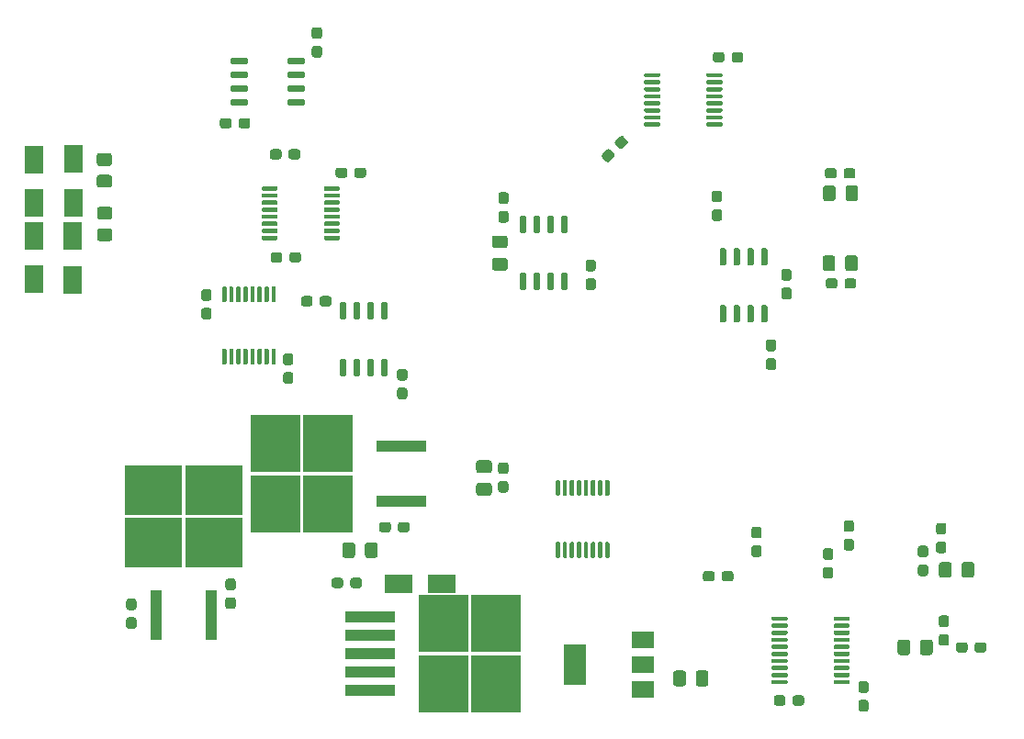
<source format=gbr>
%TF.GenerationSoftware,KiCad,Pcbnew,5.1.8-5.1.8*%
%TF.CreationDate,2022-01-30T02:40:23+08:00*%
%TF.ProjectId,lcr_2,6c63725f-322e-46b6-9963-61645f706362,rev?*%
%TF.SameCoordinates,Original*%
%TF.FileFunction,Paste,Top*%
%TF.FilePolarity,Positive*%
%FSLAX46Y46*%
G04 Gerber Fmt 4.6, Leading zero omitted, Abs format (unit mm)*
G04 Created by KiCad (PCBNEW 5.1.8-5.1.8) date 2022-01-30 02:40:23*
%MOMM*%
%LPD*%
G01*
G04 APERTURE LIST*
%ADD10R,2.000000X1.500000*%
%ADD11R,2.000000X3.800000*%
%ADD12R,2.500000X1.800000*%
%ADD13R,5.250000X4.550000*%
%ADD14R,1.100000X4.600000*%
%ADD15R,4.550000X5.250000*%
%ADD16R,4.600000X1.100000*%
%ADD17R,1.800000X2.500000*%
G04 APERTURE END LIST*
%TO.C,C38*%
G36*
G01*
X156863500Y-81975500D02*
X157338500Y-81975500D01*
G75*
G02*
X157576000Y-82213000I0J-237500D01*
G01*
X157576000Y-82813000D01*
G75*
G02*
X157338500Y-83050500I-237500J0D01*
G01*
X156863500Y-83050500D01*
G75*
G02*
X156626000Y-82813000I0J237500D01*
G01*
X156626000Y-82213000D01*
G75*
G02*
X156863500Y-81975500I237500J0D01*
G01*
G37*
G36*
G01*
X156863500Y-80250500D02*
X157338500Y-80250500D01*
G75*
G02*
X157576000Y-80488000I0J-237500D01*
G01*
X157576000Y-81088000D01*
G75*
G02*
X157338500Y-81325500I-237500J0D01*
G01*
X156863500Y-81325500D01*
G75*
G02*
X156626000Y-81088000I0J237500D01*
G01*
X156626000Y-80488000D01*
G75*
G02*
X156863500Y-80250500I237500J0D01*
G01*
G37*
%TD*%
%TO.C,C7*%
G36*
G01*
X112055000Y-72431500D02*
X112055000Y-72906500D01*
G75*
G02*
X111817500Y-73144000I-237500J0D01*
G01*
X111217500Y-73144000D01*
G75*
G02*
X110980000Y-72906500I0J237500D01*
G01*
X110980000Y-72431500D01*
G75*
G02*
X111217500Y-72194000I237500J0D01*
G01*
X111817500Y-72194000D01*
G75*
G02*
X112055000Y-72431500I0J-237500D01*
G01*
G37*
G36*
G01*
X113780000Y-72431500D02*
X113780000Y-72906500D01*
G75*
G02*
X113542500Y-73144000I-237500J0D01*
G01*
X112942500Y-73144000D01*
G75*
G02*
X112705000Y-72906500I0J237500D01*
G01*
X112705000Y-72431500D01*
G75*
G02*
X112942500Y-72194000I237500J0D01*
G01*
X113542500Y-72194000D01*
G75*
G02*
X113780000Y-72431500I0J-237500D01*
G01*
G37*
%TD*%
%TO.C,C46*%
G36*
G01*
X163023500Y-72735000D02*
X163023500Y-73685000D01*
G75*
G02*
X162773500Y-73935000I-250000J0D01*
G01*
X162098500Y-73935000D01*
G75*
G02*
X161848500Y-73685000I0J250000D01*
G01*
X161848500Y-72735000D01*
G75*
G02*
X162098500Y-72485000I250000J0D01*
G01*
X162773500Y-72485000D01*
G75*
G02*
X163023500Y-72735000I0J-250000D01*
G01*
G37*
G36*
G01*
X165098500Y-72735000D02*
X165098500Y-73685000D01*
G75*
G02*
X164848500Y-73935000I-250000J0D01*
G01*
X164173500Y-73935000D01*
G75*
G02*
X163923500Y-73685000I0J250000D01*
G01*
X163923500Y-72735000D01*
G75*
G02*
X164173500Y-72485000I250000J0D01*
G01*
X164848500Y-72485000D01*
G75*
G02*
X165098500Y-72735000I0J-250000D01*
G01*
G37*
%TD*%
%TO.C,C44*%
G36*
G01*
X163225000Y-74839500D02*
X163225000Y-75314500D01*
G75*
G02*
X162987500Y-75552000I-237500J0D01*
G01*
X162387500Y-75552000D01*
G75*
G02*
X162150000Y-75314500I0J237500D01*
G01*
X162150000Y-74839500D01*
G75*
G02*
X162387500Y-74602000I237500J0D01*
G01*
X162987500Y-74602000D01*
G75*
G02*
X163225000Y-74839500I0J-237500D01*
G01*
G37*
G36*
G01*
X164950000Y-74839500D02*
X164950000Y-75314500D01*
G75*
G02*
X164712500Y-75552000I-237500J0D01*
G01*
X164112500Y-75552000D01*
G75*
G02*
X163875000Y-75314500I0J237500D01*
G01*
X163875000Y-74839500D01*
G75*
G02*
X164112500Y-74602000I237500J0D01*
G01*
X164712500Y-74602000D01*
G75*
G02*
X164950000Y-74839500I0J-237500D01*
G01*
G37*
%TD*%
%TO.C,C35*%
G36*
G01*
X170838000Y-109113000D02*
X170838000Y-108163000D01*
G75*
G02*
X171088000Y-107913000I250000J0D01*
G01*
X171763000Y-107913000D01*
G75*
G02*
X172013000Y-108163000I0J-250000D01*
G01*
X172013000Y-109113000D01*
G75*
G02*
X171763000Y-109363000I-250000J0D01*
G01*
X171088000Y-109363000D01*
G75*
G02*
X170838000Y-109113000I0J250000D01*
G01*
G37*
G36*
G01*
X168763000Y-109113000D02*
X168763000Y-108163000D01*
G75*
G02*
X169013000Y-107913000I250000J0D01*
G01*
X169688000Y-107913000D01*
G75*
G02*
X169938000Y-108163000I0J-250000D01*
G01*
X169938000Y-109113000D01*
G75*
G02*
X169688000Y-109363000I-250000J0D01*
G01*
X169013000Y-109363000D01*
G75*
G02*
X168763000Y-109113000I0J250000D01*
G01*
G37*
%TD*%
%TO.C,U12*%
G36*
G01*
X158626000Y-111738000D02*
X158626000Y-111938000D01*
G75*
G02*
X158526000Y-112038000I-100000J0D01*
G01*
X157251000Y-112038000D01*
G75*
G02*
X157151000Y-111938000I0J100000D01*
G01*
X157151000Y-111738000D01*
G75*
G02*
X157251000Y-111638000I100000J0D01*
G01*
X158526000Y-111638000D01*
G75*
G02*
X158626000Y-111738000I0J-100000D01*
G01*
G37*
G36*
G01*
X158626000Y-111088000D02*
X158626000Y-111288000D01*
G75*
G02*
X158526000Y-111388000I-100000J0D01*
G01*
X157251000Y-111388000D01*
G75*
G02*
X157151000Y-111288000I0J100000D01*
G01*
X157151000Y-111088000D01*
G75*
G02*
X157251000Y-110988000I100000J0D01*
G01*
X158526000Y-110988000D01*
G75*
G02*
X158626000Y-111088000I0J-100000D01*
G01*
G37*
G36*
G01*
X158626000Y-110438000D02*
X158626000Y-110638000D01*
G75*
G02*
X158526000Y-110738000I-100000J0D01*
G01*
X157251000Y-110738000D01*
G75*
G02*
X157151000Y-110638000I0J100000D01*
G01*
X157151000Y-110438000D01*
G75*
G02*
X157251000Y-110338000I100000J0D01*
G01*
X158526000Y-110338000D01*
G75*
G02*
X158626000Y-110438000I0J-100000D01*
G01*
G37*
G36*
G01*
X158626000Y-109788000D02*
X158626000Y-109988000D01*
G75*
G02*
X158526000Y-110088000I-100000J0D01*
G01*
X157251000Y-110088000D01*
G75*
G02*
X157151000Y-109988000I0J100000D01*
G01*
X157151000Y-109788000D01*
G75*
G02*
X157251000Y-109688000I100000J0D01*
G01*
X158526000Y-109688000D01*
G75*
G02*
X158626000Y-109788000I0J-100000D01*
G01*
G37*
G36*
G01*
X158626000Y-109138000D02*
X158626000Y-109338000D01*
G75*
G02*
X158526000Y-109438000I-100000J0D01*
G01*
X157251000Y-109438000D01*
G75*
G02*
X157151000Y-109338000I0J100000D01*
G01*
X157151000Y-109138000D01*
G75*
G02*
X157251000Y-109038000I100000J0D01*
G01*
X158526000Y-109038000D01*
G75*
G02*
X158626000Y-109138000I0J-100000D01*
G01*
G37*
G36*
G01*
X158626000Y-108488000D02*
X158626000Y-108688000D01*
G75*
G02*
X158526000Y-108788000I-100000J0D01*
G01*
X157251000Y-108788000D01*
G75*
G02*
X157151000Y-108688000I0J100000D01*
G01*
X157151000Y-108488000D01*
G75*
G02*
X157251000Y-108388000I100000J0D01*
G01*
X158526000Y-108388000D01*
G75*
G02*
X158626000Y-108488000I0J-100000D01*
G01*
G37*
G36*
G01*
X158626000Y-107838000D02*
X158626000Y-108038000D01*
G75*
G02*
X158526000Y-108138000I-100000J0D01*
G01*
X157251000Y-108138000D01*
G75*
G02*
X157151000Y-108038000I0J100000D01*
G01*
X157151000Y-107838000D01*
G75*
G02*
X157251000Y-107738000I100000J0D01*
G01*
X158526000Y-107738000D01*
G75*
G02*
X158626000Y-107838000I0J-100000D01*
G01*
G37*
G36*
G01*
X158626000Y-107188000D02*
X158626000Y-107388000D01*
G75*
G02*
X158526000Y-107488000I-100000J0D01*
G01*
X157251000Y-107488000D01*
G75*
G02*
X157151000Y-107388000I0J100000D01*
G01*
X157151000Y-107188000D01*
G75*
G02*
X157251000Y-107088000I100000J0D01*
G01*
X158526000Y-107088000D01*
G75*
G02*
X158626000Y-107188000I0J-100000D01*
G01*
G37*
G36*
G01*
X158626000Y-106538000D02*
X158626000Y-106738000D01*
G75*
G02*
X158526000Y-106838000I-100000J0D01*
G01*
X157251000Y-106838000D01*
G75*
G02*
X157151000Y-106738000I0J100000D01*
G01*
X157151000Y-106538000D01*
G75*
G02*
X157251000Y-106438000I100000J0D01*
G01*
X158526000Y-106438000D01*
G75*
G02*
X158626000Y-106538000I0J-100000D01*
G01*
G37*
G36*
G01*
X158626000Y-105888000D02*
X158626000Y-106088000D01*
G75*
G02*
X158526000Y-106188000I-100000J0D01*
G01*
X157251000Y-106188000D01*
G75*
G02*
X157151000Y-106088000I0J100000D01*
G01*
X157151000Y-105888000D01*
G75*
G02*
X157251000Y-105788000I100000J0D01*
G01*
X158526000Y-105788000D01*
G75*
G02*
X158626000Y-105888000I0J-100000D01*
G01*
G37*
G36*
G01*
X164351000Y-105888000D02*
X164351000Y-106088000D01*
G75*
G02*
X164251000Y-106188000I-100000J0D01*
G01*
X162976000Y-106188000D01*
G75*
G02*
X162876000Y-106088000I0J100000D01*
G01*
X162876000Y-105888000D01*
G75*
G02*
X162976000Y-105788000I100000J0D01*
G01*
X164251000Y-105788000D01*
G75*
G02*
X164351000Y-105888000I0J-100000D01*
G01*
G37*
G36*
G01*
X164351000Y-106538000D02*
X164351000Y-106738000D01*
G75*
G02*
X164251000Y-106838000I-100000J0D01*
G01*
X162976000Y-106838000D01*
G75*
G02*
X162876000Y-106738000I0J100000D01*
G01*
X162876000Y-106538000D01*
G75*
G02*
X162976000Y-106438000I100000J0D01*
G01*
X164251000Y-106438000D01*
G75*
G02*
X164351000Y-106538000I0J-100000D01*
G01*
G37*
G36*
G01*
X164351000Y-107188000D02*
X164351000Y-107388000D01*
G75*
G02*
X164251000Y-107488000I-100000J0D01*
G01*
X162976000Y-107488000D01*
G75*
G02*
X162876000Y-107388000I0J100000D01*
G01*
X162876000Y-107188000D01*
G75*
G02*
X162976000Y-107088000I100000J0D01*
G01*
X164251000Y-107088000D01*
G75*
G02*
X164351000Y-107188000I0J-100000D01*
G01*
G37*
G36*
G01*
X164351000Y-107838000D02*
X164351000Y-108038000D01*
G75*
G02*
X164251000Y-108138000I-100000J0D01*
G01*
X162976000Y-108138000D01*
G75*
G02*
X162876000Y-108038000I0J100000D01*
G01*
X162876000Y-107838000D01*
G75*
G02*
X162976000Y-107738000I100000J0D01*
G01*
X164251000Y-107738000D01*
G75*
G02*
X164351000Y-107838000I0J-100000D01*
G01*
G37*
G36*
G01*
X164351000Y-108488000D02*
X164351000Y-108688000D01*
G75*
G02*
X164251000Y-108788000I-100000J0D01*
G01*
X162976000Y-108788000D01*
G75*
G02*
X162876000Y-108688000I0J100000D01*
G01*
X162876000Y-108488000D01*
G75*
G02*
X162976000Y-108388000I100000J0D01*
G01*
X164251000Y-108388000D01*
G75*
G02*
X164351000Y-108488000I0J-100000D01*
G01*
G37*
G36*
G01*
X164351000Y-109138000D02*
X164351000Y-109338000D01*
G75*
G02*
X164251000Y-109438000I-100000J0D01*
G01*
X162976000Y-109438000D01*
G75*
G02*
X162876000Y-109338000I0J100000D01*
G01*
X162876000Y-109138000D01*
G75*
G02*
X162976000Y-109038000I100000J0D01*
G01*
X164251000Y-109038000D01*
G75*
G02*
X164351000Y-109138000I0J-100000D01*
G01*
G37*
G36*
G01*
X164351000Y-109788000D02*
X164351000Y-109988000D01*
G75*
G02*
X164251000Y-110088000I-100000J0D01*
G01*
X162976000Y-110088000D01*
G75*
G02*
X162876000Y-109988000I0J100000D01*
G01*
X162876000Y-109788000D01*
G75*
G02*
X162976000Y-109688000I100000J0D01*
G01*
X164251000Y-109688000D01*
G75*
G02*
X164351000Y-109788000I0J-100000D01*
G01*
G37*
G36*
G01*
X164351000Y-110438000D02*
X164351000Y-110638000D01*
G75*
G02*
X164251000Y-110738000I-100000J0D01*
G01*
X162976000Y-110738000D01*
G75*
G02*
X162876000Y-110638000I0J100000D01*
G01*
X162876000Y-110438000D01*
G75*
G02*
X162976000Y-110338000I100000J0D01*
G01*
X164251000Y-110338000D01*
G75*
G02*
X164351000Y-110438000I0J-100000D01*
G01*
G37*
G36*
G01*
X164351000Y-111088000D02*
X164351000Y-111288000D01*
G75*
G02*
X164251000Y-111388000I-100000J0D01*
G01*
X162976000Y-111388000D01*
G75*
G02*
X162876000Y-111288000I0J100000D01*
G01*
X162876000Y-111088000D01*
G75*
G02*
X162976000Y-110988000I100000J0D01*
G01*
X164251000Y-110988000D01*
G75*
G02*
X164351000Y-111088000I0J-100000D01*
G01*
G37*
G36*
G01*
X164351000Y-111738000D02*
X164351000Y-111938000D01*
G75*
G02*
X164251000Y-112038000I-100000J0D01*
G01*
X162976000Y-112038000D01*
G75*
G02*
X162876000Y-111938000I0J100000D01*
G01*
X162876000Y-111738000D01*
G75*
G02*
X162976000Y-111638000I100000J0D01*
G01*
X164251000Y-111638000D01*
G75*
G02*
X164351000Y-111738000I0J-100000D01*
G01*
G37*
%TD*%
%TO.C,U11*%
G36*
G01*
X141900000Y-98919000D02*
X142100000Y-98919000D01*
G75*
G02*
X142200000Y-99019000I0J-100000D01*
G01*
X142200000Y-100294000D01*
G75*
G02*
X142100000Y-100394000I-100000J0D01*
G01*
X141900000Y-100394000D01*
G75*
G02*
X141800000Y-100294000I0J100000D01*
G01*
X141800000Y-99019000D01*
G75*
G02*
X141900000Y-98919000I100000J0D01*
G01*
G37*
G36*
G01*
X141250000Y-98919000D02*
X141450000Y-98919000D01*
G75*
G02*
X141550000Y-99019000I0J-100000D01*
G01*
X141550000Y-100294000D01*
G75*
G02*
X141450000Y-100394000I-100000J0D01*
G01*
X141250000Y-100394000D01*
G75*
G02*
X141150000Y-100294000I0J100000D01*
G01*
X141150000Y-99019000D01*
G75*
G02*
X141250000Y-98919000I100000J0D01*
G01*
G37*
G36*
G01*
X140600000Y-98919000D02*
X140800000Y-98919000D01*
G75*
G02*
X140900000Y-99019000I0J-100000D01*
G01*
X140900000Y-100294000D01*
G75*
G02*
X140800000Y-100394000I-100000J0D01*
G01*
X140600000Y-100394000D01*
G75*
G02*
X140500000Y-100294000I0J100000D01*
G01*
X140500000Y-99019000D01*
G75*
G02*
X140600000Y-98919000I100000J0D01*
G01*
G37*
G36*
G01*
X139950000Y-98919000D02*
X140150000Y-98919000D01*
G75*
G02*
X140250000Y-99019000I0J-100000D01*
G01*
X140250000Y-100294000D01*
G75*
G02*
X140150000Y-100394000I-100000J0D01*
G01*
X139950000Y-100394000D01*
G75*
G02*
X139850000Y-100294000I0J100000D01*
G01*
X139850000Y-99019000D01*
G75*
G02*
X139950000Y-98919000I100000J0D01*
G01*
G37*
G36*
G01*
X139300000Y-98919000D02*
X139500000Y-98919000D01*
G75*
G02*
X139600000Y-99019000I0J-100000D01*
G01*
X139600000Y-100294000D01*
G75*
G02*
X139500000Y-100394000I-100000J0D01*
G01*
X139300000Y-100394000D01*
G75*
G02*
X139200000Y-100294000I0J100000D01*
G01*
X139200000Y-99019000D01*
G75*
G02*
X139300000Y-98919000I100000J0D01*
G01*
G37*
G36*
G01*
X138650000Y-98919000D02*
X138850000Y-98919000D01*
G75*
G02*
X138950000Y-99019000I0J-100000D01*
G01*
X138950000Y-100294000D01*
G75*
G02*
X138850000Y-100394000I-100000J0D01*
G01*
X138650000Y-100394000D01*
G75*
G02*
X138550000Y-100294000I0J100000D01*
G01*
X138550000Y-99019000D01*
G75*
G02*
X138650000Y-98919000I100000J0D01*
G01*
G37*
G36*
G01*
X138000000Y-98919000D02*
X138200000Y-98919000D01*
G75*
G02*
X138300000Y-99019000I0J-100000D01*
G01*
X138300000Y-100294000D01*
G75*
G02*
X138200000Y-100394000I-100000J0D01*
G01*
X138000000Y-100394000D01*
G75*
G02*
X137900000Y-100294000I0J100000D01*
G01*
X137900000Y-99019000D01*
G75*
G02*
X138000000Y-98919000I100000J0D01*
G01*
G37*
G36*
G01*
X137350000Y-98919000D02*
X137550000Y-98919000D01*
G75*
G02*
X137650000Y-99019000I0J-100000D01*
G01*
X137650000Y-100294000D01*
G75*
G02*
X137550000Y-100394000I-100000J0D01*
G01*
X137350000Y-100394000D01*
G75*
G02*
X137250000Y-100294000I0J100000D01*
G01*
X137250000Y-99019000D01*
G75*
G02*
X137350000Y-98919000I100000J0D01*
G01*
G37*
G36*
G01*
X137350000Y-93194000D02*
X137550000Y-93194000D01*
G75*
G02*
X137650000Y-93294000I0J-100000D01*
G01*
X137650000Y-94569000D01*
G75*
G02*
X137550000Y-94669000I-100000J0D01*
G01*
X137350000Y-94669000D01*
G75*
G02*
X137250000Y-94569000I0J100000D01*
G01*
X137250000Y-93294000D01*
G75*
G02*
X137350000Y-93194000I100000J0D01*
G01*
G37*
G36*
G01*
X138000000Y-93194000D02*
X138200000Y-93194000D01*
G75*
G02*
X138300000Y-93294000I0J-100000D01*
G01*
X138300000Y-94569000D01*
G75*
G02*
X138200000Y-94669000I-100000J0D01*
G01*
X138000000Y-94669000D01*
G75*
G02*
X137900000Y-94569000I0J100000D01*
G01*
X137900000Y-93294000D01*
G75*
G02*
X138000000Y-93194000I100000J0D01*
G01*
G37*
G36*
G01*
X138650000Y-93194000D02*
X138850000Y-93194000D01*
G75*
G02*
X138950000Y-93294000I0J-100000D01*
G01*
X138950000Y-94569000D01*
G75*
G02*
X138850000Y-94669000I-100000J0D01*
G01*
X138650000Y-94669000D01*
G75*
G02*
X138550000Y-94569000I0J100000D01*
G01*
X138550000Y-93294000D01*
G75*
G02*
X138650000Y-93194000I100000J0D01*
G01*
G37*
G36*
G01*
X139300000Y-93194000D02*
X139500000Y-93194000D01*
G75*
G02*
X139600000Y-93294000I0J-100000D01*
G01*
X139600000Y-94569000D01*
G75*
G02*
X139500000Y-94669000I-100000J0D01*
G01*
X139300000Y-94669000D01*
G75*
G02*
X139200000Y-94569000I0J100000D01*
G01*
X139200000Y-93294000D01*
G75*
G02*
X139300000Y-93194000I100000J0D01*
G01*
G37*
G36*
G01*
X139950000Y-93194000D02*
X140150000Y-93194000D01*
G75*
G02*
X140250000Y-93294000I0J-100000D01*
G01*
X140250000Y-94569000D01*
G75*
G02*
X140150000Y-94669000I-100000J0D01*
G01*
X139950000Y-94669000D01*
G75*
G02*
X139850000Y-94569000I0J100000D01*
G01*
X139850000Y-93294000D01*
G75*
G02*
X139950000Y-93194000I100000J0D01*
G01*
G37*
G36*
G01*
X140600000Y-93194000D02*
X140800000Y-93194000D01*
G75*
G02*
X140900000Y-93294000I0J-100000D01*
G01*
X140900000Y-94569000D01*
G75*
G02*
X140800000Y-94669000I-100000J0D01*
G01*
X140600000Y-94669000D01*
G75*
G02*
X140500000Y-94569000I0J100000D01*
G01*
X140500000Y-93294000D01*
G75*
G02*
X140600000Y-93194000I100000J0D01*
G01*
G37*
G36*
G01*
X141250000Y-93194000D02*
X141450000Y-93194000D01*
G75*
G02*
X141550000Y-93294000I0J-100000D01*
G01*
X141550000Y-94569000D01*
G75*
G02*
X141450000Y-94669000I-100000J0D01*
G01*
X141250000Y-94669000D01*
G75*
G02*
X141150000Y-94569000I0J100000D01*
G01*
X141150000Y-93294000D01*
G75*
G02*
X141250000Y-93194000I100000J0D01*
G01*
G37*
G36*
G01*
X141900000Y-93194000D02*
X142100000Y-93194000D01*
G75*
G02*
X142200000Y-93294000I0J-100000D01*
G01*
X142200000Y-94569000D01*
G75*
G02*
X142100000Y-94669000I-100000J0D01*
G01*
X141900000Y-94669000D01*
G75*
G02*
X141800000Y-94569000I0J100000D01*
G01*
X141800000Y-93294000D01*
G75*
G02*
X141900000Y-93194000I100000J0D01*
G01*
G37*
%TD*%
%TO.C,U10*%
G36*
G01*
X152810000Y-73431000D02*
X152510000Y-73431000D01*
G75*
G02*
X152360000Y-73281000I0J150000D01*
G01*
X152360000Y-71931000D01*
G75*
G02*
X152510000Y-71781000I150000J0D01*
G01*
X152810000Y-71781000D01*
G75*
G02*
X152960000Y-71931000I0J-150000D01*
G01*
X152960000Y-73281000D01*
G75*
G02*
X152810000Y-73431000I-150000J0D01*
G01*
G37*
G36*
G01*
X154080000Y-73431000D02*
X153780000Y-73431000D01*
G75*
G02*
X153630000Y-73281000I0J150000D01*
G01*
X153630000Y-71931000D01*
G75*
G02*
X153780000Y-71781000I150000J0D01*
G01*
X154080000Y-71781000D01*
G75*
G02*
X154230000Y-71931000I0J-150000D01*
G01*
X154230000Y-73281000D01*
G75*
G02*
X154080000Y-73431000I-150000J0D01*
G01*
G37*
G36*
G01*
X155350000Y-73431000D02*
X155050000Y-73431000D01*
G75*
G02*
X154900000Y-73281000I0J150000D01*
G01*
X154900000Y-71931000D01*
G75*
G02*
X155050000Y-71781000I150000J0D01*
G01*
X155350000Y-71781000D01*
G75*
G02*
X155500000Y-71931000I0J-150000D01*
G01*
X155500000Y-73281000D01*
G75*
G02*
X155350000Y-73431000I-150000J0D01*
G01*
G37*
G36*
G01*
X156620000Y-73431000D02*
X156320000Y-73431000D01*
G75*
G02*
X156170000Y-73281000I0J150000D01*
G01*
X156170000Y-71931000D01*
G75*
G02*
X156320000Y-71781000I150000J0D01*
G01*
X156620000Y-71781000D01*
G75*
G02*
X156770000Y-71931000I0J-150000D01*
G01*
X156770000Y-73281000D01*
G75*
G02*
X156620000Y-73431000I-150000J0D01*
G01*
G37*
G36*
G01*
X156620000Y-78681000D02*
X156320000Y-78681000D01*
G75*
G02*
X156170000Y-78531000I0J150000D01*
G01*
X156170000Y-77181000D01*
G75*
G02*
X156320000Y-77031000I150000J0D01*
G01*
X156620000Y-77031000D01*
G75*
G02*
X156770000Y-77181000I0J-150000D01*
G01*
X156770000Y-78531000D01*
G75*
G02*
X156620000Y-78681000I-150000J0D01*
G01*
G37*
G36*
G01*
X155350000Y-78681000D02*
X155050000Y-78681000D01*
G75*
G02*
X154900000Y-78531000I0J150000D01*
G01*
X154900000Y-77181000D01*
G75*
G02*
X155050000Y-77031000I150000J0D01*
G01*
X155350000Y-77031000D01*
G75*
G02*
X155500000Y-77181000I0J-150000D01*
G01*
X155500000Y-78531000D01*
G75*
G02*
X155350000Y-78681000I-150000J0D01*
G01*
G37*
G36*
G01*
X154080000Y-78681000D02*
X153780000Y-78681000D01*
G75*
G02*
X153630000Y-78531000I0J150000D01*
G01*
X153630000Y-77181000D01*
G75*
G02*
X153780000Y-77031000I150000J0D01*
G01*
X154080000Y-77031000D01*
G75*
G02*
X154230000Y-77181000I0J-150000D01*
G01*
X154230000Y-78531000D01*
G75*
G02*
X154080000Y-78681000I-150000J0D01*
G01*
G37*
G36*
G01*
X152810000Y-78681000D02*
X152510000Y-78681000D01*
G75*
G02*
X152360000Y-78531000I0J150000D01*
G01*
X152360000Y-77181000D01*
G75*
G02*
X152510000Y-77031000I150000J0D01*
G01*
X152810000Y-77031000D01*
G75*
G02*
X152960000Y-77181000I0J-150000D01*
G01*
X152960000Y-78531000D01*
G75*
G02*
X152810000Y-78681000I-150000J0D01*
G01*
G37*
%TD*%
%TO.C,U9*%
G36*
G01*
X151138000Y-55964000D02*
X151138000Y-55764000D01*
G75*
G02*
X151238000Y-55664000I100000J0D01*
G01*
X152513000Y-55664000D01*
G75*
G02*
X152613000Y-55764000I0J-100000D01*
G01*
X152613000Y-55964000D01*
G75*
G02*
X152513000Y-56064000I-100000J0D01*
G01*
X151238000Y-56064000D01*
G75*
G02*
X151138000Y-55964000I0J100000D01*
G01*
G37*
G36*
G01*
X151138000Y-56614000D02*
X151138000Y-56414000D01*
G75*
G02*
X151238000Y-56314000I100000J0D01*
G01*
X152513000Y-56314000D01*
G75*
G02*
X152613000Y-56414000I0J-100000D01*
G01*
X152613000Y-56614000D01*
G75*
G02*
X152513000Y-56714000I-100000J0D01*
G01*
X151238000Y-56714000D01*
G75*
G02*
X151138000Y-56614000I0J100000D01*
G01*
G37*
G36*
G01*
X151138000Y-57264000D02*
X151138000Y-57064000D01*
G75*
G02*
X151238000Y-56964000I100000J0D01*
G01*
X152513000Y-56964000D01*
G75*
G02*
X152613000Y-57064000I0J-100000D01*
G01*
X152613000Y-57264000D01*
G75*
G02*
X152513000Y-57364000I-100000J0D01*
G01*
X151238000Y-57364000D01*
G75*
G02*
X151138000Y-57264000I0J100000D01*
G01*
G37*
G36*
G01*
X151138000Y-57914000D02*
X151138000Y-57714000D01*
G75*
G02*
X151238000Y-57614000I100000J0D01*
G01*
X152513000Y-57614000D01*
G75*
G02*
X152613000Y-57714000I0J-100000D01*
G01*
X152613000Y-57914000D01*
G75*
G02*
X152513000Y-58014000I-100000J0D01*
G01*
X151238000Y-58014000D01*
G75*
G02*
X151138000Y-57914000I0J100000D01*
G01*
G37*
G36*
G01*
X151138000Y-58564000D02*
X151138000Y-58364000D01*
G75*
G02*
X151238000Y-58264000I100000J0D01*
G01*
X152513000Y-58264000D01*
G75*
G02*
X152613000Y-58364000I0J-100000D01*
G01*
X152613000Y-58564000D01*
G75*
G02*
X152513000Y-58664000I-100000J0D01*
G01*
X151238000Y-58664000D01*
G75*
G02*
X151138000Y-58564000I0J100000D01*
G01*
G37*
G36*
G01*
X151138000Y-59214000D02*
X151138000Y-59014000D01*
G75*
G02*
X151238000Y-58914000I100000J0D01*
G01*
X152513000Y-58914000D01*
G75*
G02*
X152613000Y-59014000I0J-100000D01*
G01*
X152613000Y-59214000D01*
G75*
G02*
X152513000Y-59314000I-100000J0D01*
G01*
X151238000Y-59314000D01*
G75*
G02*
X151138000Y-59214000I0J100000D01*
G01*
G37*
G36*
G01*
X151138000Y-59864000D02*
X151138000Y-59664000D01*
G75*
G02*
X151238000Y-59564000I100000J0D01*
G01*
X152513000Y-59564000D01*
G75*
G02*
X152613000Y-59664000I0J-100000D01*
G01*
X152613000Y-59864000D01*
G75*
G02*
X152513000Y-59964000I-100000J0D01*
G01*
X151238000Y-59964000D01*
G75*
G02*
X151138000Y-59864000I0J100000D01*
G01*
G37*
G36*
G01*
X151138000Y-60514000D02*
X151138000Y-60314000D01*
G75*
G02*
X151238000Y-60214000I100000J0D01*
G01*
X152513000Y-60214000D01*
G75*
G02*
X152613000Y-60314000I0J-100000D01*
G01*
X152613000Y-60514000D01*
G75*
G02*
X152513000Y-60614000I-100000J0D01*
G01*
X151238000Y-60614000D01*
G75*
G02*
X151138000Y-60514000I0J100000D01*
G01*
G37*
G36*
G01*
X145413000Y-60514000D02*
X145413000Y-60314000D01*
G75*
G02*
X145513000Y-60214000I100000J0D01*
G01*
X146788000Y-60214000D01*
G75*
G02*
X146888000Y-60314000I0J-100000D01*
G01*
X146888000Y-60514000D01*
G75*
G02*
X146788000Y-60614000I-100000J0D01*
G01*
X145513000Y-60614000D01*
G75*
G02*
X145413000Y-60514000I0J100000D01*
G01*
G37*
G36*
G01*
X145413000Y-59864000D02*
X145413000Y-59664000D01*
G75*
G02*
X145513000Y-59564000I100000J0D01*
G01*
X146788000Y-59564000D01*
G75*
G02*
X146888000Y-59664000I0J-100000D01*
G01*
X146888000Y-59864000D01*
G75*
G02*
X146788000Y-59964000I-100000J0D01*
G01*
X145513000Y-59964000D01*
G75*
G02*
X145413000Y-59864000I0J100000D01*
G01*
G37*
G36*
G01*
X145413000Y-59214000D02*
X145413000Y-59014000D01*
G75*
G02*
X145513000Y-58914000I100000J0D01*
G01*
X146788000Y-58914000D01*
G75*
G02*
X146888000Y-59014000I0J-100000D01*
G01*
X146888000Y-59214000D01*
G75*
G02*
X146788000Y-59314000I-100000J0D01*
G01*
X145513000Y-59314000D01*
G75*
G02*
X145413000Y-59214000I0J100000D01*
G01*
G37*
G36*
G01*
X145413000Y-58564000D02*
X145413000Y-58364000D01*
G75*
G02*
X145513000Y-58264000I100000J0D01*
G01*
X146788000Y-58264000D01*
G75*
G02*
X146888000Y-58364000I0J-100000D01*
G01*
X146888000Y-58564000D01*
G75*
G02*
X146788000Y-58664000I-100000J0D01*
G01*
X145513000Y-58664000D01*
G75*
G02*
X145413000Y-58564000I0J100000D01*
G01*
G37*
G36*
G01*
X145413000Y-57914000D02*
X145413000Y-57714000D01*
G75*
G02*
X145513000Y-57614000I100000J0D01*
G01*
X146788000Y-57614000D01*
G75*
G02*
X146888000Y-57714000I0J-100000D01*
G01*
X146888000Y-57914000D01*
G75*
G02*
X146788000Y-58014000I-100000J0D01*
G01*
X145513000Y-58014000D01*
G75*
G02*
X145413000Y-57914000I0J100000D01*
G01*
G37*
G36*
G01*
X145413000Y-57264000D02*
X145413000Y-57064000D01*
G75*
G02*
X145513000Y-56964000I100000J0D01*
G01*
X146788000Y-56964000D01*
G75*
G02*
X146888000Y-57064000I0J-100000D01*
G01*
X146888000Y-57264000D01*
G75*
G02*
X146788000Y-57364000I-100000J0D01*
G01*
X145513000Y-57364000D01*
G75*
G02*
X145413000Y-57264000I0J100000D01*
G01*
G37*
G36*
G01*
X145413000Y-56614000D02*
X145413000Y-56414000D01*
G75*
G02*
X145513000Y-56314000I100000J0D01*
G01*
X146788000Y-56314000D01*
G75*
G02*
X146888000Y-56414000I0J-100000D01*
G01*
X146888000Y-56614000D01*
G75*
G02*
X146788000Y-56714000I-100000J0D01*
G01*
X145513000Y-56714000D01*
G75*
G02*
X145413000Y-56614000I0J100000D01*
G01*
G37*
G36*
G01*
X145413000Y-55964000D02*
X145413000Y-55764000D01*
G75*
G02*
X145513000Y-55664000I100000J0D01*
G01*
X146788000Y-55664000D01*
G75*
G02*
X146888000Y-55764000I0J-100000D01*
G01*
X146888000Y-55964000D01*
G75*
G02*
X146788000Y-56064000I-100000J0D01*
G01*
X145513000Y-56064000D01*
G75*
G02*
X145413000Y-55964000I0J100000D01*
G01*
G37*
%TD*%
D10*
%TO.C,U8*%
X145296000Y-112505000D03*
X145296000Y-107905000D03*
X145296000Y-110205000D03*
D11*
X138996000Y-110205000D03*
%TD*%
%TO.C,U7*%
G36*
G01*
X137893000Y-74060000D02*
X138193000Y-74060000D01*
G75*
G02*
X138343000Y-74210000I0J-150000D01*
G01*
X138343000Y-75560000D01*
G75*
G02*
X138193000Y-75710000I-150000J0D01*
G01*
X137893000Y-75710000D01*
G75*
G02*
X137743000Y-75560000I0J150000D01*
G01*
X137743000Y-74210000D01*
G75*
G02*
X137893000Y-74060000I150000J0D01*
G01*
G37*
G36*
G01*
X136623000Y-74060000D02*
X136923000Y-74060000D01*
G75*
G02*
X137073000Y-74210000I0J-150000D01*
G01*
X137073000Y-75560000D01*
G75*
G02*
X136923000Y-75710000I-150000J0D01*
G01*
X136623000Y-75710000D01*
G75*
G02*
X136473000Y-75560000I0J150000D01*
G01*
X136473000Y-74210000D01*
G75*
G02*
X136623000Y-74060000I150000J0D01*
G01*
G37*
G36*
G01*
X135353000Y-74060000D02*
X135653000Y-74060000D01*
G75*
G02*
X135803000Y-74210000I0J-150000D01*
G01*
X135803000Y-75560000D01*
G75*
G02*
X135653000Y-75710000I-150000J0D01*
G01*
X135353000Y-75710000D01*
G75*
G02*
X135203000Y-75560000I0J150000D01*
G01*
X135203000Y-74210000D01*
G75*
G02*
X135353000Y-74060000I150000J0D01*
G01*
G37*
G36*
G01*
X134083000Y-74060000D02*
X134383000Y-74060000D01*
G75*
G02*
X134533000Y-74210000I0J-150000D01*
G01*
X134533000Y-75560000D01*
G75*
G02*
X134383000Y-75710000I-150000J0D01*
G01*
X134083000Y-75710000D01*
G75*
G02*
X133933000Y-75560000I0J150000D01*
G01*
X133933000Y-74210000D01*
G75*
G02*
X134083000Y-74060000I150000J0D01*
G01*
G37*
G36*
G01*
X134083000Y-68810000D02*
X134383000Y-68810000D01*
G75*
G02*
X134533000Y-68960000I0J-150000D01*
G01*
X134533000Y-70310000D01*
G75*
G02*
X134383000Y-70460000I-150000J0D01*
G01*
X134083000Y-70460000D01*
G75*
G02*
X133933000Y-70310000I0J150000D01*
G01*
X133933000Y-68960000D01*
G75*
G02*
X134083000Y-68810000I150000J0D01*
G01*
G37*
G36*
G01*
X135353000Y-68810000D02*
X135653000Y-68810000D01*
G75*
G02*
X135803000Y-68960000I0J-150000D01*
G01*
X135803000Y-70310000D01*
G75*
G02*
X135653000Y-70460000I-150000J0D01*
G01*
X135353000Y-70460000D01*
G75*
G02*
X135203000Y-70310000I0J150000D01*
G01*
X135203000Y-68960000D01*
G75*
G02*
X135353000Y-68810000I150000J0D01*
G01*
G37*
G36*
G01*
X136623000Y-68810000D02*
X136923000Y-68810000D01*
G75*
G02*
X137073000Y-68960000I0J-150000D01*
G01*
X137073000Y-70310000D01*
G75*
G02*
X136923000Y-70460000I-150000J0D01*
G01*
X136623000Y-70460000D01*
G75*
G02*
X136473000Y-70310000I0J150000D01*
G01*
X136473000Y-68960000D01*
G75*
G02*
X136623000Y-68810000I150000J0D01*
G01*
G37*
G36*
G01*
X137893000Y-68810000D02*
X138193000Y-68810000D01*
G75*
G02*
X138343000Y-68960000I0J-150000D01*
G01*
X138343000Y-70310000D01*
G75*
G02*
X138193000Y-70460000I-150000J0D01*
G01*
X137893000Y-70460000D01*
G75*
G02*
X137743000Y-70310000I0J150000D01*
G01*
X137743000Y-68960000D01*
G75*
G02*
X137893000Y-68810000I150000J0D01*
G01*
G37*
%TD*%
%TO.C,U4*%
G36*
G01*
X121291000Y-82026000D02*
X121591000Y-82026000D01*
G75*
G02*
X121741000Y-82176000I0J-150000D01*
G01*
X121741000Y-83526000D01*
G75*
G02*
X121591000Y-83676000I-150000J0D01*
G01*
X121291000Y-83676000D01*
G75*
G02*
X121141000Y-83526000I0J150000D01*
G01*
X121141000Y-82176000D01*
G75*
G02*
X121291000Y-82026000I150000J0D01*
G01*
G37*
G36*
G01*
X120021000Y-82026000D02*
X120321000Y-82026000D01*
G75*
G02*
X120471000Y-82176000I0J-150000D01*
G01*
X120471000Y-83526000D01*
G75*
G02*
X120321000Y-83676000I-150000J0D01*
G01*
X120021000Y-83676000D01*
G75*
G02*
X119871000Y-83526000I0J150000D01*
G01*
X119871000Y-82176000D01*
G75*
G02*
X120021000Y-82026000I150000J0D01*
G01*
G37*
G36*
G01*
X118751000Y-82026000D02*
X119051000Y-82026000D01*
G75*
G02*
X119201000Y-82176000I0J-150000D01*
G01*
X119201000Y-83526000D01*
G75*
G02*
X119051000Y-83676000I-150000J0D01*
G01*
X118751000Y-83676000D01*
G75*
G02*
X118601000Y-83526000I0J150000D01*
G01*
X118601000Y-82176000D01*
G75*
G02*
X118751000Y-82026000I150000J0D01*
G01*
G37*
G36*
G01*
X117481000Y-82026000D02*
X117781000Y-82026000D01*
G75*
G02*
X117931000Y-82176000I0J-150000D01*
G01*
X117931000Y-83526000D01*
G75*
G02*
X117781000Y-83676000I-150000J0D01*
G01*
X117481000Y-83676000D01*
G75*
G02*
X117331000Y-83526000I0J150000D01*
G01*
X117331000Y-82176000D01*
G75*
G02*
X117481000Y-82026000I150000J0D01*
G01*
G37*
G36*
G01*
X117481000Y-76776000D02*
X117781000Y-76776000D01*
G75*
G02*
X117931000Y-76926000I0J-150000D01*
G01*
X117931000Y-78276000D01*
G75*
G02*
X117781000Y-78426000I-150000J0D01*
G01*
X117481000Y-78426000D01*
G75*
G02*
X117331000Y-78276000I0J150000D01*
G01*
X117331000Y-76926000D01*
G75*
G02*
X117481000Y-76776000I150000J0D01*
G01*
G37*
G36*
G01*
X118751000Y-76776000D02*
X119051000Y-76776000D01*
G75*
G02*
X119201000Y-76926000I0J-150000D01*
G01*
X119201000Y-78276000D01*
G75*
G02*
X119051000Y-78426000I-150000J0D01*
G01*
X118751000Y-78426000D01*
G75*
G02*
X118601000Y-78276000I0J150000D01*
G01*
X118601000Y-76926000D01*
G75*
G02*
X118751000Y-76776000I150000J0D01*
G01*
G37*
G36*
G01*
X120021000Y-76776000D02*
X120321000Y-76776000D01*
G75*
G02*
X120471000Y-76926000I0J-150000D01*
G01*
X120471000Y-78276000D01*
G75*
G02*
X120321000Y-78426000I-150000J0D01*
G01*
X120021000Y-78426000D01*
G75*
G02*
X119871000Y-78276000I0J150000D01*
G01*
X119871000Y-76926000D01*
G75*
G02*
X120021000Y-76776000I150000J0D01*
G01*
G37*
G36*
G01*
X121291000Y-76776000D02*
X121591000Y-76776000D01*
G75*
G02*
X121741000Y-76926000I0J-150000D01*
G01*
X121741000Y-78276000D01*
G75*
G02*
X121591000Y-78426000I-150000J0D01*
G01*
X121291000Y-78426000D01*
G75*
G02*
X121141000Y-78276000I0J150000D01*
G01*
X121141000Y-76926000D01*
G75*
G02*
X121291000Y-76776000I150000J0D01*
G01*
G37*
%TD*%
%TO.C,U3*%
G36*
G01*
X115872000Y-66423000D02*
X115872000Y-66223000D01*
G75*
G02*
X115972000Y-66123000I100000J0D01*
G01*
X117247000Y-66123000D01*
G75*
G02*
X117347000Y-66223000I0J-100000D01*
G01*
X117347000Y-66423000D01*
G75*
G02*
X117247000Y-66523000I-100000J0D01*
G01*
X115972000Y-66523000D01*
G75*
G02*
X115872000Y-66423000I0J100000D01*
G01*
G37*
G36*
G01*
X115872000Y-67073000D02*
X115872000Y-66873000D01*
G75*
G02*
X115972000Y-66773000I100000J0D01*
G01*
X117247000Y-66773000D01*
G75*
G02*
X117347000Y-66873000I0J-100000D01*
G01*
X117347000Y-67073000D01*
G75*
G02*
X117247000Y-67173000I-100000J0D01*
G01*
X115972000Y-67173000D01*
G75*
G02*
X115872000Y-67073000I0J100000D01*
G01*
G37*
G36*
G01*
X115872000Y-67723000D02*
X115872000Y-67523000D01*
G75*
G02*
X115972000Y-67423000I100000J0D01*
G01*
X117247000Y-67423000D01*
G75*
G02*
X117347000Y-67523000I0J-100000D01*
G01*
X117347000Y-67723000D01*
G75*
G02*
X117247000Y-67823000I-100000J0D01*
G01*
X115972000Y-67823000D01*
G75*
G02*
X115872000Y-67723000I0J100000D01*
G01*
G37*
G36*
G01*
X115872000Y-68373000D02*
X115872000Y-68173000D01*
G75*
G02*
X115972000Y-68073000I100000J0D01*
G01*
X117247000Y-68073000D01*
G75*
G02*
X117347000Y-68173000I0J-100000D01*
G01*
X117347000Y-68373000D01*
G75*
G02*
X117247000Y-68473000I-100000J0D01*
G01*
X115972000Y-68473000D01*
G75*
G02*
X115872000Y-68373000I0J100000D01*
G01*
G37*
G36*
G01*
X115872000Y-69023000D02*
X115872000Y-68823000D01*
G75*
G02*
X115972000Y-68723000I100000J0D01*
G01*
X117247000Y-68723000D01*
G75*
G02*
X117347000Y-68823000I0J-100000D01*
G01*
X117347000Y-69023000D01*
G75*
G02*
X117247000Y-69123000I-100000J0D01*
G01*
X115972000Y-69123000D01*
G75*
G02*
X115872000Y-69023000I0J100000D01*
G01*
G37*
G36*
G01*
X115872000Y-69673000D02*
X115872000Y-69473000D01*
G75*
G02*
X115972000Y-69373000I100000J0D01*
G01*
X117247000Y-69373000D01*
G75*
G02*
X117347000Y-69473000I0J-100000D01*
G01*
X117347000Y-69673000D01*
G75*
G02*
X117247000Y-69773000I-100000J0D01*
G01*
X115972000Y-69773000D01*
G75*
G02*
X115872000Y-69673000I0J100000D01*
G01*
G37*
G36*
G01*
X115872000Y-70323000D02*
X115872000Y-70123000D01*
G75*
G02*
X115972000Y-70023000I100000J0D01*
G01*
X117247000Y-70023000D01*
G75*
G02*
X117347000Y-70123000I0J-100000D01*
G01*
X117347000Y-70323000D01*
G75*
G02*
X117247000Y-70423000I-100000J0D01*
G01*
X115972000Y-70423000D01*
G75*
G02*
X115872000Y-70323000I0J100000D01*
G01*
G37*
G36*
G01*
X115872000Y-70973000D02*
X115872000Y-70773000D01*
G75*
G02*
X115972000Y-70673000I100000J0D01*
G01*
X117247000Y-70673000D01*
G75*
G02*
X117347000Y-70773000I0J-100000D01*
G01*
X117347000Y-70973000D01*
G75*
G02*
X117247000Y-71073000I-100000J0D01*
G01*
X115972000Y-71073000D01*
G75*
G02*
X115872000Y-70973000I0J100000D01*
G01*
G37*
G36*
G01*
X110147000Y-70973000D02*
X110147000Y-70773000D01*
G75*
G02*
X110247000Y-70673000I100000J0D01*
G01*
X111522000Y-70673000D01*
G75*
G02*
X111622000Y-70773000I0J-100000D01*
G01*
X111622000Y-70973000D01*
G75*
G02*
X111522000Y-71073000I-100000J0D01*
G01*
X110247000Y-71073000D01*
G75*
G02*
X110147000Y-70973000I0J100000D01*
G01*
G37*
G36*
G01*
X110147000Y-70323000D02*
X110147000Y-70123000D01*
G75*
G02*
X110247000Y-70023000I100000J0D01*
G01*
X111522000Y-70023000D01*
G75*
G02*
X111622000Y-70123000I0J-100000D01*
G01*
X111622000Y-70323000D01*
G75*
G02*
X111522000Y-70423000I-100000J0D01*
G01*
X110247000Y-70423000D01*
G75*
G02*
X110147000Y-70323000I0J100000D01*
G01*
G37*
G36*
G01*
X110147000Y-69673000D02*
X110147000Y-69473000D01*
G75*
G02*
X110247000Y-69373000I100000J0D01*
G01*
X111522000Y-69373000D01*
G75*
G02*
X111622000Y-69473000I0J-100000D01*
G01*
X111622000Y-69673000D01*
G75*
G02*
X111522000Y-69773000I-100000J0D01*
G01*
X110247000Y-69773000D01*
G75*
G02*
X110147000Y-69673000I0J100000D01*
G01*
G37*
G36*
G01*
X110147000Y-69023000D02*
X110147000Y-68823000D01*
G75*
G02*
X110247000Y-68723000I100000J0D01*
G01*
X111522000Y-68723000D01*
G75*
G02*
X111622000Y-68823000I0J-100000D01*
G01*
X111622000Y-69023000D01*
G75*
G02*
X111522000Y-69123000I-100000J0D01*
G01*
X110247000Y-69123000D01*
G75*
G02*
X110147000Y-69023000I0J100000D01*
G01*
G37*
G36*
G01*
X110147000Y-68373000D02*
X110147000Y-68173000D01*
G75*
G02*
X110247000Y-68073000I100000J0D01*
G01*
X111522000Y-68073000D01*
G75*
G02*
X111622000Y-68173000I0J-100000D01*
G01*
X111622000Y-68373000D01*
G75*
G02*
X111522000Y-68473000I-100000J0D01*
G01*
X110247000Y-68473000D01*
G75*
G02*
X110147000Y-68373000I0J100000D01*
G01*
G37*
G36*
G01*
X110147000Y-67723000D02*
X110147000Y-67523000D01*
G75*
G02*
X110247000Y-67423000I100000J0D01*
G01*
X111522000Y-67423000D01*
G75*
G02*
X111622000Y-67523000I0J-100000D01*
G01*
X111622000Y-67723000D01*
G75*
G02*
X111522000Y-67823000I-100000J0D01*
G01*
X110247000Y-67823000D01*
G75*
G02*
X110147000Y-67723000I0J100000D01*
G01*
G37*
G36*
G01*
X110147000Y-67073000D02*
X110147000Y-66873000D01*
G75*
G02*
X110247000Y-66773000I100000J0D01*
G01*
X111522000Y-66773000D01*
G75*
G02*
X111622000Y-66873000I0J-100000D01*
G01*
X111622000Y-67073000D01*
G75*
G02*
X111522000Y-67173000I-100000J0D01*
G01*
X110247000Y-67173000D01*
G75*
G02*
X110147000Y-67073000I0J100000D01*
G01*
G37*
G36*
G01*
X110147000Y-66423000D02*
X110147000Y-66223000D01*
G75*
G02*
X110247000Y-66123000I100000J0D01*
G01*
X111522000Y-66123000D01*
G75*
G02*
X111622000Y-66223000I0J-100000D01*
G01*
X111622000Y-66423000D01*
G75*
G02*
X111522000Y-66523000I-100000J0D01*
G01*
X110247000Y-66523000D01*
G75*
G02*
X110147000Y-66423000I0J100000D01*
G01*
G37*
%TD*%
%TO.C,U2*%
G36*
G01*
X111146000Y-81077000D02*
X111346000Y-81077000D01*
G75*
G02*
X111446000Y-81177000I0J-100000D01*
G01*
X111446000Y-82452000D01*
G75*
G02*
X111346000Y-82552000I-100000J0D01*
G01*
X111146000Y-82552000D01*
G75*
G02*
X111046000Y-82452000I0J100000D01*
G01*
X111046000Y-81177000D01*
G75*
G02*
X111146000Y-81077000I100000J0D01*
G01*
G37*
G36*
G01*
X110496000Y-81077000D02*
X110696000Y-81077000D01*
G75*
G02*
X110796000Y-81177000I0J-100000D01*
G01*
X110796000Y-82452000D01*
G75*
G02*
X110696000Y-82552000I-100000J0D01*
G01*
X110496000Y-82552000D01*
G75*
G02*
X110396000Y-82452000I0J100000D01*
G01*
X110396000Y-81177000D01*
G75*
G02*
X110496000Y-81077000I100000J0D01*
G01*
G37*
G36*
G01*
X109846000Y-81077000D02*
X110046000Y-81077000D01*
G75*
G02*
X110146000Y-81177000I0J-100000D01*
G01*
X110146000Y-82452000D01*
G75*
G02*
X110046000Y-82552000I-100000J0D01*
G01*
X109846000Y-82552000D01*
G75*
G02*
X109746000Y-82452000I0J100000D01*
G01*
X109746000Y-81177000D01*
G75*
G02*
X109846000Y-81077000I100000J0D01*
G01*
G37*
G36*
G01*
X109196000Y-81077000D02*
X109396000Y-81077000D01*
G75*
G02*
X109496000Y-81177000I0J-100000D01*
G01*
X109496000Y-82452000D01*
G75*
G02*
X109396000Y-82552000I-100000J0D01*
G01*
X109196000Y-82552000D01*
G75*
G02*
X109096000Y-82452000I0J100000D01*
G01*
X109096000Y-81177000D01*
G75*
G02*
X109196000Y-81077000I100000J0D01*
G01*
G37*
G36*
G01*
X108546000Y-81077000D02*
X108746000Y-81077000D01*
G75*
G02*
X108846000Y-81177000I0J-100000D01*
G01*
X108846000Y-82452000D01*
G75*
G02*
X108746000Y-82552000I-100000J0D01*
G01*
X108546000Y-82552000D01*
G75*
G02*
X108446000Y-82452000I0J100000D01*
G01*
X108446000Y-81177000D01*
G75*
G02*
X108546000Y-81077000I100000J0D01*
G01*
G37*
G36*
G01*
X107896000Y-81077000D02*
X108096000Y-81077000D01*
G75*
G02*
X108196000Y-81177000I0J-100000D01*
G01*
X108196000Y-82452000D01*
G75*
G02*
X108096000Y-82552000I-100000J0D01*
G01*
X107896000Y-82552000D01*
G75*
G02*
X107796000Y-82452000I0J100000D01*
G01*
X107796000Y-81177000D01*
G75*
G02*
X107896000Y-81077000I100000J0D01*
G01*
G37*
G36*
G01*
X107246000Y-81077000D02*
X107446000Y-81077000D01*
G75*
G02*
X107546000Y-81177000I0J-100000D01*
G01*
X107546000Y-82452000D01*
G75*
G02*
X107446000Y-82552000I-100000J0D01*
G01*
X107246000Y-82552000D01*
G75*
G02*
X107146000Y-82452000I0J100000D01*
G01*
X107146000Y-81177000D01*
G75*
G02*
X107246000Y-81077000I100000J0D01*
G01*
G37*
G36*
G01*
X106596000Y-81077000D02*
X106796000Y-81077000D01*
G75*
G02*
X106896000Y-81177000I0J-100000D01*
G01*
X106896000Y-82452000D01*
G75*
G02*
X106796000Y-82552000I-100000J0D01*
G01*
X106596000Y-82552000D01*
G75*
G02*
X106496000Y-82452000I0J100000D01*
G01*
X106496000Y-81177000D01*
G75*
G02*
X106596000Y-81077000I100000J0D01*
G01*
G37*
G36*
G01*
X106596000Y-75352000D02*
X106796000Y-75352000D01*
G75*
G02*
X106896000Y-75452000I0J-100000D01*
G01*
X106896000Y-76727000D01*
G75*
G02*
X106796000Y-76827000I-100000J0D01*
G01*
X106596000Y-76827000D01*
G75*
G02*
X106496000Y-76727000I0J100000D01*
G01*
X106496000Y-75452000D01*
G75*
G02*
X106596000Y-75352000I100000J0D01*
G01*
G37*
G36*
G01*
X107246000Y-75352000D02*
X107446000Y-75352000D01*
G75*
G02*
X107546000Y-75452000I0J-100000D01*
G01*
X107546000Y-76727000D01*
G75*
G02*
X107446000Y-76827000I-100000J0D01*
G01*
X107246000Y-76827000D01*
G75*
G02*
X107146000Y-76727000I0J100000D01*
G01*
X107146000Y-75452000D01*
G75*
G02*
X107246000Y-75352000I100000J0D01*
G01*
G37*
G36*
G01*
X107896000Y-75352000D02*
X108096000Y-75352000D01*
G75*
G02*
X108196000Y-75452000I0J-100000D01*
G01*
X108196000Y-76727000D01*
G75*
G02*
X108096000Y-76827000I-100000J0D01*
G01*
X107896000Y-76827000D01*
G75*
G02*
X107796000Y-76727000I0J100000D01*
G01*
X107796000Y-75452000D01*
G75*
G02*
X107896000Y-75352000I100000J0D01*
G01*
G37*
G36*
G01*
X108546000Y-75352000D02*
X108746000Y-75352000D01*
G75*
G02*
X108846000Y-75452000I0J-100000D01*
G01*
X108846000Y-76727000D01*
G75*
G02*
X108746000Y-76827000I-100000J0D01*
G01*
X108546000Y-76827000D01*
G75*
G02*
X108446000Y-76727000I0J100000D01*
G01*
X108446000Y-75452000D01*
G75*
G02*
X108546000Y-75352000I100000J0D01*
G01*
G37*
G36*
G01*
X109196000Y-75352000D02*
X109396000Y-75352000D01*
G75*
G02*
X109496000Y-75452000I0J-100000D01*
G01*
X109496000Y-76727000D01*
G75*
G02*
X109396000Y-76827000I-100000J0D01*
G01*
X109196000Y-76827000D01*
G75*
G02*
X109096000Y-76727000I0J100000D01*
G01*
X109096000Y-75452000D01*
G75*
G02*
X109196000Y-75352000I100000J0D01*
G01*
G37*
G36*
G01*
X109846000Y-75352000D02*
X110046000Y-75352000D01*
G75*
G02*
X110146000Y-75452000I0J-100000D01*
G01*
X110146000Y-76727000D01*
G75*
G02*
X110046000Y-76827000I-100000J0D01*
G01*
X109846000Y-76827000D01*
G75*
G02*
X109746000Y-76727000I0J100000D01*
G01*
X109746000Y-75452000D01*
G75*
G02*
X109846000Y-75352000I100000J0D01*
G01*
G37*
G36*
G01*
X110496000Y-75352000D02*
X110696000Y-75352000D01*
G75*
G02*
X110796000Y-75452000I0J-100000D01*
G01*
X110796000Y-76727000D01*
G75*
G02*
X110696000Y-76827000I-100000J0D01*
G01*
X110496000Y-76827000D01*
G75*
G02*
X110396000Y-76727000I0J100000D01*
G01*
X110396000Y-75452000D01*
G75*
G02*
X110496000Y-75352000I100000J0D01*
G01*
G37*
G36*
G01*
X111146000Y-75352000D02*
X111346000Y-75352000D01*
G75*
G02*
X111446000Y-75452000I0J-100000D01*
G01*
X111446000Y-76727000D01*
G75*
G02*
X111346000Y-76827000I-100000J0D01*
G01*
X111146000Y-76827000D01*
G75*
G02*
X111046000Y-76727000I0J100000D01*
G01*
X111046000Y-75452000D01*
G75*
G02*
X111146000Y-75352000I100000J0D01*
G01*
G37*
%TD*%
%TO.C,U1*%
G36*
G01*
X112509000Y-54729000D02*
X112509000Y-54429000D01*
G75*
G02*
X112659000Y-54279000I150000J0D01*
G01*
X114009000Y-54279000D01*
G75*
G02*
X114159000Y-54429000I0J-150000D01*
G01*
X114159000Y-54729000D01*
G75*
G02*
X114009000Y-54879000I-150000J0D01*
G01*
X112659000Y-54879000D01*
G75*
G02*
X112509000Y-54729000I0J150000D01*
G01*
G37*
G36*
G01*
X112509000Y-55999000D02*
X112509000Y-55699000D01*
G75*
G02*
X112659000Y-55549000I150000J0D01*
G01*
X114009000Y-55549000D01*
G75*
G02*
X114159000Y-55699000I0J-150000D01*
G01*
X114159000Y-55999000D01*
G75*
G02*
X114009000Y-56149000I-150000J0D01*
G01*
X112659000Y-56149000D01*
G75*
G02*
X112509000Y-55999000I0J150000D01*
G01*
G37*
G36*
G01*
X112509000Y-57269000D02*
X112509000Y-56969000D01*
G75*
G02*
X112659000Y-56819000I150000J0D01*
G01*
X114009000Y-56819000D01*
G75*
G02*
X114159000Y-56969000I0J-150000D01*
G01*
X114159000Y-57269000D01*
G75*
G02*
X114009000Y-57419000I-150000J0D01*
G01*
X112659000Y-57419000D01*
G75*
G02*
X112509000Y-57269000I0J150000D01*
G01*
G37*
G36*
G01*
X112509000Y-58539000D02*
X112509000Y-58239000D01*
G75*
G02*
X112659000Y-58089000I150000J0D01*
G01*
X114009000Y-58089000D01*
G75*
G02*
X114159000Y-58239000I0J-150000D01*
G01*
X114159000Y-58539000D01*
G75*
G02*
X114009000Y-58689000I-150000J0D01*
G01*
X112659000Y-58689000D01*
G75*
G02*
X112509000Y-58539000I0J150000D01*
G01*
G37*
G36*
G01*
X107259000Y-58539000D02*
X107259000Y-58239000D01*
G75*
G02*
X107409000Y-58089000I150000J0D01*
G01*
X108759000Y-58089000D01*
G75*
G02*
X108909000Y-58239000I0J-150000D01*
G01*
X108909000Y-58539000D01*
G75*
G02*
X108759000Y-58689000I-150000J0D01*
G01*
X107409000Y-58689000D01*
G75*
G02*
X107259000Y-58539000I0J150000D01*
G01*
G37*
G36*
G01*
X107259000Y-57269000D02*
X107259000Y-56969000D01*
G75*
G02*
X107409000Y-56819000I150000J0D01*
G01*
X108759000Y-56819000D01*
G75*
G02*
X108909000Y-56969000I0J-150000D01*
G01*
X108909000Y-57269000D01*
G75*
G02*
X108759000Y-57419000I-150000J0D01*
G01*
X107409000Y-57419000D01*
G75*
G02*
X107259000Y-57269000I0J150000D01*
G01*
G37*
G36*
G01*
X107259000Y-55999000D02*
X107259000Y-55699000D01*
G75*
G02*
X107409000Y-55549000I150000J0D01*
G01*
X108759000Y-55549000D01*
G75*
G02*
X108909000Y-55699000I0J-150000D01*
G01*
X108909000Y-55999000D01*
G75*
G02*
X108759000Y-56149000I-150000J0D01*
G01*
X107409000Y-56149000D01*
G75*
G02*
X107259000Y-55999000I0J150000D01*
G01*
G37*
G36*
G01*
X107259000Y-54729000D02*
X107259000Y-54429000D01*
G75*
G02*
X107409000Y-54279000I150000J0D01*
G01*
X108759000Y-54279000D01*
G75*
G02*
X108909000Y-54429000I0J-150000D01*
G01*
X108909000Y-54729000D01*
G75*
G02*
X108759000Y-54879000I-150000J0D01*
G01*
X107409000Y-54879000D01*
G75*
G02*
X107259000Y-54729000I0J150000D01*
G01*
G37*
%TD*%
%TO.C,R6*%
G36*
G01*
X96124001Y-69187000D02*
X95223999Y-69187000D01*
G75*
G02*
X94974000Y-68937001I0J249999D01*
G01*
X94974000Y-68236999D01*
G75*
G02*
X95223999Y-67987000I249999J0D01*
G01*
X96124001Y-67987000D01*
G75*
G02*
X96374000Y-68236999I0J-249999D01*
G01*
X96374000Y-68937001D01*
G75*
G02*
X96124001Y-69187000I-249999J0D01*
G01*
G37*
G36*
G01*
X96124001Y-71187000D02*
X95223999Y-71187000D01*
G75*
G02*
X94974000Y-70937001I0J249999D01*
G01*
X94974000Y-70236999D01*
G75*
G02*
X95223999Y-69987000I249999J0D01*
G01*
X96124001Y-69987000D01*
G75*
G02*
X96374000Y-70236999I0J-249999D01*
G01*
X96374000Y-70937001D01*
G75*
G02*
X96124001Y-71187000I-249999J0D01*
G01*
G37*
%TD*%
%TO.C,R5*%
G36*
G01*
X95193999Y-65044000D02*
X96094001Y-65044000D01*
G75*
G02*
X96344000Y-65293999I0J-249999D01*
G01*
X96344000Y-65994001D01*
G75*
G02*
X96094001Y-66244000I-249999J0D01*
G01*
X95193999Y-66244000D01*
G75*
G02*
X94944000Y-65994001I0J249999D01*
G01*
X94944000Y-65293999D01*
G75*
G02*
X95193999Y-65044000I249999J0D01*
G01*
G37*
G36*
G01*
X95193999Y-63044000D02*
X96094001Y-63044000D01*
G75*
G02*
X96344000Y-63293999I0J-249999D01*
G01*
X96344000Y-63994001D01*
G75*
G02*
X96094001Y-64244000I-249999J0D01*
G01*
X95193999Y-64244000D01*
G75*
G02*
X94944000Y-63994001I0J249999D01*
G01*
X94944000Y-63293999D01*
G75*
G02*
X95193999Y-63044000I249999J0D01*
G01*
G37*
%TD*%
D12*
%TO.C,D6*%
X126766000Y-102763000D03*
X122766000Y-102763000D03*
%TD*%
%TO.C,C47*%
G36*
G01*
X112622000Y-63398500D02*
X112622000Y-62923500D01*
G75*
G02*
X112859500Y-62686000I237500J0D01*
G01*
X113459500Y-62686000D01*
G75*
G02*
X113697000Y-62923500I0J-237500D01*
G01*
X113697000Y-63398500D01*
G75*
G02*
X113459500Y-63636000I-237500J0D01*
G01*
X112859500Y-63636000D01*
G75*
G02*
X112622000Y-63398500I0J237500D01*
G01*
G37*
G36*
G01*
X110897000Y-63398500D02*
X110897000Y-62923500D01*
G75*
G02*
X111134500Y-62686000I237500J0D01*
G01*
X111734500Y-62686000D01*
G75*
G02*
X111972000Y-62923500I0J-237500D01*
G01*
X111972000Y-63398500D01*
G75*
G02*
X111734500Y-63636000I-237500J0D01*
G01*
X111134500Y-63636000D01*
G75*
G02*
X110897000Y-63398500I0J237500D01*
G01*
G37*
%TD*%
%TO.C,C45*%
G36*
G01*
X149260000Y-111025000D02*
X149260000Y-111975000D01*
G75*
G02*
X149010000Y-112225000I-250000J0D01*
G01*
X148335000Y-112225000D01*
G75*
G02*
X148085000Y-111975000I0J250000D01*
G01*
X148085000Y-111025000D01*
G75*
G02*
X148335000Y-110775000I250000J0D01*
G01*
X149010000Y-110775000D01*
G75*
G02*
X149260000Y-111025000I0J-250000D01*
G01*
G37*
G36*
G01*
X151335000Y-111025000D02*
X151335000Y-111975000D01*
G75*
G02*
X151085000Y-112225000I-250000J0D01*
G01*
X150410000Y-112225000D01*
G75*
G02*
X150160000Y-111975000I0J250000D01*
G01*
X150160000Y-111025000D01*
G75*
G02*
X150410000Y-110775000I250000J0D01*
G01*
X151085000Y-110775000D01*
G75*
G02*
X151335000Y-111025000I0J-250000D01*
G01*
G37*
%TD*%
%TO.C,C43*%
G36*
G01*
X158429000Y-113297500D02*
X158429000Y-113772500D01*
G75*
G02*
X158191500Y-114010000I-237500J0D01*
G01*
X157591500Y-114010000D01*
G75*
G02*
X157354000Y-113772500I0J237500D01*
G01*
X157354000Y-113297500D01*
G75*
G02*
X157591500Y-113060000I237500J0D01*
G01*
X158191500Y-113060000D01*
G75*
G02*
X158429000Y-113297500I0J-237500D01*
G01*
G37*
G36*
G01*
X160154000Y-113297500D02*
X160154000Y-113772500D01*
G75*
G02*
X159916500Y-114010000I-237500J0D01*
G01*
X159316500Y-114010000D01*
G75*
G02*
X159079000Y-113772500I0J237500D01*
G01*
X159079000Y-113297500D01*
G75*
G02*
X159316500Y-113060000I237500J0D01*
G01*
X159916500Y-113060000D01*
G75*
G02*
X160154000Y-113297500I0J-237500D01*
G01*
G37*
%TD*%
%TO.C,C42*%
G36*
G01*
X175227000Y-108398500D02*
X175227000Y-108873500D01*
G75*
G02*
X174989500Y-109111000I-237500J0D01*
G01*
X174389500Y-109111000D01*
G75*
G02*
X174152000Y-108873500I0J237500D01*
G01*
X174152000Y-108398500D01*
G75*
G02*
X174389500Y-108161000I237500J0D01*
G01*
X174989500Y-108161000D01*
G75*
G02*
X175227000Y-108398500I0J-237500D01*
G01*
G37*
G36*
G01*
X176952000Y-108398500D02*
X176952000Y-108873500D01*
G75*
G02*
X176714500Y-109111000I-237500J0D01*
G01*
X176114500Y-109111000D01*
G75*
G02*
X175877000Y-108873500I0J237500D01*
G01*
X175877000Y-108398500D01*
G75*
G02*
X176114500Y-108161000I237500J0D01*
G01*
X176714500Y-108161000D01*
G75*
G02*
X176952000Y-108398500I0J-237500D01*
G01*
G37*
%TD*%
%TO.C,C41*%
G36*
G01*
X165856500Y-112839000D02*
X165381500Y-112839000D01*
G75*
G02*
X165144000Y-112601500I0J237500D01*
G01*
X165144000Y-112001500D01*
G75*
G02*
X165381500Y-111764000I237500J0D01*
G01*
X165856500Y-111764000D01*
G75*
G02*
X166094000Y-112001500I0J-237500D01*
G01*
X166094000Y-112601500D01*
G75*
G02*
X165856500Y-112839000I-237500J0D01*
G01*
G37*
G36*
G01*
X165856500Y-114564000D02*
X165381500Y-114564000D01*
G75*
G02*
X165144000Y-114326500I0J237500D01*
G01*
X165144000Y-113726500D01*
G75*
G02*
X165381500Y-113489000I237500J0D01*
G01*
X165856500Y-113489000D01*
G75*
G02*
X166094000Y-113726500I0J-237500D01*
G01*
X166094000Y-114326500D01*
G75*
G02*
X165856500Y-114564000I-237500J0D01*
G01*
G37*
%TD*%
%TO.C,C40*%
G36*
G01*
X172801500Y-107418000D02*
X173276500Y-107418000D01*
G75*
G02*
X173514000Y-107655500I0J-237500D01*
G01*
X173514000Y-108255500D01*
G75*
G02*
X173276500Y-108493000I-237500J0D01*
G01*
X172801500Y-108493000D01*
G75*
G02*
X172564000Y-108255500I0J237500D01*
G01*
X172564000Y-107655500D01*
G75*
G02*
X172801500Y-107418000I237500J0D01*
G01*
G37*
G36*
G01*
X172801500Y-105693000D02*
X173276500Y-105693000D01*
G75*
G02*
X173514000Y-105930500I0J-237500D01*
G01*
X173514000Y-106530500D01*
G75*
G02*
X173276500Y-106768000I-237500J0D01*
G01*
X172801500Y-106768000D01*
G75*
G02*
X172564000Y-106530500I0J237500D01*
G01*
X172564000Y-105930500D01*
G75*
G02*
X172801500Y-105693000I237500J0D01*
G01*
G37*
%TD*%
%TO.C,C39*%
G36*
G01*
X163957000Y-67233000D02*
X163957000Y-66283000D01*
G75*
G02*
X164207000Y-66033000I250000J0D01*
G01*
X164882000Y-66033000D01*
G75*
G02*
X165132000Y-66283000I0J-250000D01*
G01*
X165132000Y-67233000D01*
G75*
G02*
X164882000Y-67483000I-250000J0D01*
G01*
X164207000Y-67483000D01*
G75*
G02*
X163957000Y-67233000I0J250000D01*
G01*
G37*
G36*
G01*
X161882000Y-67233000D02*
X161882000Y-66283000D01*
G75*
G02*
X162132000Y-66033000I250000J0D01*
G01*
X162807000Y-66033000D01*
G75*
G02*
X163057000Y-66283000I0J-250000D01*
G01*
X163057000Y-67233000D01*
G75*
G02*
X162807000Y-67483000I-250000J0D01*
G01*
X162132000Y-67483000D01*
G75*
G02*
X161882000Y-67233000I0J250000D01*
G01*
G37*
%TD*%
%TO.C,C37*%
G36*
G01*
X152352500Y-67589000D02*
X151877500Y-67589000D01*
G75*
G02*
X151640000Y-67351500I0J237500D01*
G01*
X151640000Y-66751500D01*
G75*
G02*
X151877500Y-66514000I237500J0D01*
G01*
X152352500Y-66514000D01*
G75*
G02*
X152590000Y-66751500I0J-237500D01*
G01*
X152590000Y-67351500D01*
G75*
G02*
X152352500Y-67589000I-237500J0D01*
G01*
G37*
G36*
G01*
X152352500Y-69314000D02*
X151877500Y-69314000D01*
G75*
G02*
X151640000Y-69076500I0J237500D01*
G01*
X151640000Y-68476500D01*
G75*
G02*
X151877500Y-68239000I237500J0D01*
G01*
X152352500Y-68239000D01*
G75*
G02*
X152590000Y-68476500I0J-237500D01*
G01*
X152590000Y-69076500D01*
G75*
G02*
X152352500Y-69314000I-237500J0D01*
G01*
G37*
%TD*%
%TO.C,C36*%
G36*
G01*
X163795000Y-65156500D02*
X163795000Y-64681500D01*
G75*
G02*
X164032500Y-64444000I237500J0D01*
G01*
X164632500Y-64444000D01*
G75*
G02*
X164870000Y-64681500I0J-237500D01*
G01*
X164870000Y-65156500D01*
G75*
G02*
X164632500Y-65394000I-237500J0D01*
G01*
X164032500Y-65394000D01*
G75*
G02*
X163795000Y-65156500I0J237500D01*
G01*
G37*
G36*
G01*
X162070000Y-65156500D02*
X162070000Y-64681500D01*
G75*
G02*
X162307500Y-64444000I237500J0D01*
G01*
X162907500Y-64444000D01*
G75*
G02*
X163145000Y-64681500I0J-237500D01*
G01*
X163145000Y-65156500D01*
G75*
G02*
X162907500Y-65394000I-237500J0D01*
G01*
X162307500Y-65394000D01*
G75*
G02*
X162070000Y-65156500I0J237500D01*
G01*
G37*
%TD*%
%TO.C,C34*%
G36*
G01*
X132685500Y-67740000D02*
X132210500Y-67740000D01*
G75*
G02*
X131973000Y-67502500I0J237500D01*
G01*
X131973000Y-66902500D01*
G75*
G02*
X132210500Y-66665000I237500J0D01*
G01*
X132685500Y-66665000D01*
G75*
G02*
X132923000Y-66902500I0J-237500D01*
G01*
X132923000Y-67502500D01*
G75*
G02*
X132685500Y-67740000I-237500J0D01*
G01*
G37*
G36*
G01*
X132685500Y-69465000D02*
X132210500Y-69465000D01*
G75*
G02*
X131973000Y-69227500I0J237500D01*
G01*
X131973000Y-68627500D01*
G75*
G02*
X132210500Y-68390000I237500J0D01*
G01*
X132685500Y-68390000D01*
G75*
G02*
X132923000Y-68627500I0J-237500D01*
G01*
X132923000Y-69227500D01*
G75*
G02*
X132685500Y-69465000I-237500J0D01*
G01*
G37*
%TD*%
%TO.C,C33*%
G36*
G01*
X140711500Y-73955000D02*
X140236500Y-73955000D01*
G75*
G02*
X139999000Y-73717500I0J237500D01*
G01*
X139999000Y-73117500D01*
G75*
G02*
X140236500Y-72880000I237500J0D01*
G01*
X140711500Y-72880000D01*
G75*
G02*
X140949000Y-73117500I0J-237500D01*
G01*
X140949000Y-73717500D01*
G75*
G02*
X140711500Y-73955000I-237500J0D01*
G01*
G37*
G36*
G01*
X140711500Y-75680000D02*
X140236500Y-75680000D01*
G75*
G02*
X139999000Y-75442500I0J237500D01*
G01*
X139999000Y-74842500D01*
G75*
G02*
X140236500Y-74605000I237500J0D01*
G01*
X140711500Y-74605000D01*
G75*
G02*
X140949000Y-74842500I0J-237500D01*
G01*
X140949000Y-75442500D01*
G75*
G02*
X140711500Y-75680000I-237500J0D01*
G01*
G37*
%TD*%
%TO.C,C32*%
G36*
G01*
X152818000Y-53978500D02*
X152818000Y-54453500D01*
G75*
G02*
X152580500Y-54691000I-237500J0D01*
G01*
X151980500Y-54691000D01*
G75*
G02*
X151743000Y-54453500I0J237500D01*
G01*
X151743000Y-53978500D01*
G75*
G02*
X151980500Y-53741000I237500J0D01*
G01*
X152580500Y-53741000D01*
G75*
G02*
X152818000Y-53978500I0J-237500D01*
G01*
G37*
G36*
G01*
X154543000Y-53978500D02*
X154543000Y-54453500D01*
G75*
G02*
X154305500Y-54691000I-237500J0D01*
G01*
X153705500Y-54691000D01*
G75*
G02*
X153468000Y-54453500I0J237500D01*
G01*
X153468000Y-53978500D01*
G75*
G02*
X153705500Y-53741000I237500J0D01*
G01*
X154305500Y-53741000D01*
G75*
G02*
X154543000Y-53978500I0J-237500D01*
G01*
G37*
%TD*%
%TO.C,C30*%
G36*
G01*
X114850000Y-76471500D02*
X114850000Y-76946500D01*
G75*
G02*
X114612500Y-77184000I-237500J0D01*
G01*
X114012500Y-77184000D01*
G75*
G02*
X113775000Y-76946500I0J237500D01*
G01*
X113775000Y-76471500D01*
G75*
G02*
X114012500Y-76234000I237500J0D01*
G01*
X114612500Y-76234000D01*
G75*
G02*
X114850000Y-76471500I0J-237500D01*
G01*
G37*
G36*
G01*
X116575000Y-76471500D02*
X116575000Y-76946500D01*
G75*
G02*
X116337500Y-77184000I-237500J0D01*
G01*
X115737500Y-77184000D01*
G75*
G02*
X115500000Y-76946500I0J237500D01*
G01*
X115500000Y-76471500D01*
G75*
G02*
X115737500Y-76234000I237500J0D01*
G01*
X116337500Y-76234000D01*
G75*
G02*
X116575000Y-76471500I0J-237500D01*
G01*
G37*
%TD*%
%TO.C,C29*%
G36*
G01*
X122864500Y-84678000D02*
X123339500Y-84678000D01*
G75*
G02*
X123577000Y-84915500I0J-237500D01*
G01*
X123577000Y-85515500D01*
G75*
G02*
X123339500Y-85753000I-237500J0D01*
G01*
X122864500Y-85753000D01*
G75*
G02*
X122627000Y-85515500I0J237500D01*
G01*
X122627000Y-84915500D01*
G75*
G02*
X122864500Y-84678000I237500J0D01*
G01*
G37*
G36*
G01*
X122864500Y-82953000D02*
X123339500Y-82953000D01*
G75*
G02*
X123577000Y-83190500I0J-237500D01*
G01*
X123577000Y-83790500D01*
G75*
G02*
X123339500Y-84028000I-237500J0D01*
G01*
X122864500Y-84028000D01*
G75*
G02*
X122627000Y-83790500I0J237500D01*
G01*
X122627000Y-83190500D01*
G75*
G02*
X122864500Y-82953000I237500J0D01*
G01*
G37*
%TD*%
%TO.C,C26*%
G36*
G01*
X107365000Y-60062500D02*
X107365000Y-60537500D01*
G75*
G02*
X107127500Y-60775000I-237500J0D01*
G01*
X106527500Y-60775000D01*
G75*
G02*
X106290000Y-60537500I0J237500D01*
G01*
X106290000Y-60062500D01*
G75*
G02*
X106527500Y-59825000I237500J0D01*
G01*
X107127500Y-59825000D01*
G75*
G02*
X107365000Y-60062500I0J-237500D01*
G01*
G37*
G36*
G01*
X109090000Y-60062500D02*
X109090000Y-60537500D01*
G75*
G02*
X108852500Y-60775000I-237500J0D01*
G01*
X108252500Y-60775000D01*
G75*
G02*
X108015000Y-60537500I0J237500D01*
G01*
X108015000Y-60062500D01*
G75*
G02*
X108252500Y-59825000I237500J0D01*
G01*
X108852500Y-59825000D01*
G75*
G02*
X109090000Y-60062500I0J-237500D01*
G01*
G37*
%TD*%
%TO.C,C25*%
G36*
G01*
X115475500Y-52521000D02*
X115000500Y-52521000D01*
G75*
G02*
X114763000Y-52283500I0J237500D01*
G01*
X114763000Y-51683500D01*
G75*
G02*
X115000500Y-51446000I237500J0D01*
G01*
X115475500Y-51446000D01*
G75*
G02*
X115713000Y-51683500I0J-237500D01*
G01*
X115713000Y-52283500D01*
G75*
G02*
X115475500Y-52521000I-237500J0D01*
G01*
G37*
G36*
G01*
X115475500Y-54246000D02*
X115000500Y-54246000D01*
G75*
G02*
X114763000Y-54008500I0J237500D01*
G01*
X114763000Y-53408500D01*
G75*
G02*
X115000500Y-53171000I237500J0D01*
G01*
X115475500Y-53171000D01*
G75*
G02*
X115713000Y-53408500I0J-237500D01*
G01*
X115713000Y-54008500D01*
G75*
G02*
X115475500Y-54246000I-237500J0D01*
G01*
G37*
%TD*%
%TO.C,C24*%
G36*
G01*
X142305252Y-62741872D02*
X142641128Y-63077748D01*
G75*
G02*
X142641128Y-63413624I-167938J-167938D01*
G01*
X142216864Y-63837888D01*
G75*
G02*
X141880988Y-63837888I-167938J167938D01*
G01*
X141545112Y-63502012D01*
G75*
G02*
X141545112Y-63166136I167938J167938D01*
G01*
X141969376Y-62741872D01*
G75*
G02*
X142305252Y-62741872I167938J-167938D01*
G01*
G37*
G36*
G01*
X143525012Y-61522112D02*
X143860888Y-61857988D01*
G75*
G02*
X143860888Y-62193864I-167938J-167938D01*
G01*
X143436624Y-62618128D01*
G75*
G02*
X143100748Y-62618128I-167938J167938D01*
G01*
X142764872Y-62282252D01*
G75*
G02*
X142764872Y-61946376I167938J167938D01*
G01*
X143189136Y-61522112D01*
G75*
G02*
X143525012Y-61522112I167938J-167938D01*
G01*
G37*
%TD*%
%TO.C,C21*%
G36*
G01*
X131119000Y-92566000D02*
X130169000Y-92566000D01*
G75*
G02*
X129919000Y-92316000I0J250000D01*
G01*
X129919000Y-91641000D01*
G75*
G02*
X130169000Y-91391000I250000J0D01*
G01*
X131119000Y-91391000D01*
G75*
G02*
X131369000Y-91641000I0J-250000D01*
G01*
X131369000Y-92316000D01*
G75*
G02*
X131119000Y-92566000I-250000J0D01*
G01*
G37*
G36*
G01*
X131119000Y-94641000D02*
X130169000Y-94641000D01*
G75*
G02*
X129919000Y-94391000I0J250000D01*
G01*
X129919000Y-93716000D01*
G75*
G02*
X130169000Y-93466000I250000J0D01*
G01*
X131119000Y-93466000D01*
G75*
G02*
X131369000Y-93716000I0J-250000D01*
G01*
X131369000Y-94391000D01*
G75*
G02*
X131119000Y-94641000I-250000J0D01*
G01*
G37*
%TD*%
%TO.C,C18*%
G36*
G01*
X132653500Y-92644000D02*
X132178500Y-92644000D01*
G75*
G02*
X131941000Y-92406500I0J237500D01*
G01*
X131941000Y-91806500D01*
G75*
G02*
X132178500Y-91569000I237500J0D01*
G01*
X132653500Y-91569000D01*
G75*
G02*
X132891000Y-91806500I0J-237500D01*
G01*
X132891000Y-92406500D01*
G75*
G02*
X132653500Y-92644000I-237500J0D01*
G01*
G37*
G36*
G01*
X132653500Y-94369000D02*
X132178500Y-94369000D01*
G75*
G02*
X131941000Y-94131500I0J237500D01*
G01*
X131941000Y-93531500D01*
G75*
G02*
X132178500Y-93294000I237500J0D01*
G01*
X132653500Y-93294000D01*
G75*
G02*
X132891000Y-93531500I0J-237500D01*
G01*
X132891000Y-94131500D01*
G75*
G02*
X132653500Y-94369000I-237500J0D01*
G01*
G37*
%TD*%
%TO.C,C16*%
G36*
G01*
X156001500Y-98580500D02*
X155526500Y-98580500D01*
G75*
G02*
X155289000Y-98343000I0J237500D01*
G01*
X155289000Y-97743000D01*
G75*
G02*
X155526500Y-97505500I237500J0D01*
G01*
X156001500Y-97505500D01*
G75*
G02*
X156239000Y-97743000I0J-237500D01*
G01*
X156239000Y-98343000D01*
G75*
G02*
X156001500Y-98580500I-237500J0D01*
G01*
G37*
G36*
G01*
X156001500Y-100305500D02*
X155526500Y-100305500D01*
G75*
G02*
X155289000Y-100068000I0J237500D01*
G01*
X155289000Y-99468000D01*
G75*
G02*
X155526500Y-99230500I237500J0D01*
G01*
X156001500Y-99230500D01*
G75*
G02*
X156239000Y-99468000I0J-237500D01*
G01*
X156239000Y-100068000D01*
G75*
G02*
X156001500Y-100305500I-237500J0D01*
G01*
G37*
%TD*%
%TO.C,C15*%
G36*
G01*
X158293500Y-75463000D02*
X158768500Y-75463000D01*
G75*
G02*
X159006000Y-75700500I0J-237500D01*
G01*
X159006000Y-76300500D01*
G75*
G02*
X158768500Y-76538000I-237500J0D01*
G01*
X158293500Y-76538000D01*
G75*
G02*
X158056000Y-76300500I0J237500D01*
G01*
X158056000Y-75700500D01*
G75*
G02*
X158293500Y-75463000I237500J0D01*
G01*
G37*
G36*
G01*
X158293500Y-73738000D02*
X158768500Y-73738000D01*
G75*
G02*
X159006000Y-73975500I0J-237500D01*
G01*
X159006000Y-74575500D01*
G75*
G02*
X158768500Y-74813000I-237500J0D01*
G01*
X158293500Y-74813000D01*
G75*
G02*
X158056000Y-74575500I0J237500D01*
G01*
X158056000Y-73975500D01*
G75*
G02*
X158293500Y-73738000I237500J0D01*
G01*
G37*
%TD*%
%TO.C,C14*%
G36*
G01*
X131625000Y-72723500D02*
X132575000Y-72723500D01*
G75*
G02*
X132825000Y-72973500I0J-250000D01*
G01*
X132825000Y-73648500D01*
G75*
G02*
X132575000Y-73898500I-250000J0D01*
G01*
X131625000Y-73898500D01*
G75*
G02*
X131375000Y-73648500I0J250000D01*
G01*
X131375000Y-72973500D01*
G75*
G02*
X131625000Y-72723500I250000J0D01*
G01*
G37*
G36*
G01*
X131625000Y-70648500D02*
X132575000Y-70648500D01*
G75*
G02*
X132825000Y-70898500I0J-250000D01*
G01*
X132825000Y-71573500D01*
G75*
G02*
X132575000Y-71823500I-250000J0D01*
G01*
X131625000Y-71823500D01*
G75*
G02*
X131375000Y-71573500I0J250000D01*
G01*
X131375000Y-70898500D01*
G75*
G02*
X131625000Y-70648500I250000J0D01*
G01*
G37*
%TD*%
%TO.C,C13*%
G36*
G01*
X162598500Y-100576000D02*
X162123500Y-100576000D01*
G75*
G02*
X161886000Y-100338500I0J237500D01*
G01*
X161886000Y-99738500D01*
G75*
G02*
X162123500Y-99501000I237500J0D01*
G01*
X162598500Y-99501000D01*
G75*
G02*
X162836000Y-99738500I0J-237500D01*
G01*
X162836000Y-100338500D01*
G75*
G02*
X162598500Y-100576000I-237500J0D01*
G01*
G37*
G36*
G01*
X162598500Y-102301000D02*
X162123500Y-102301000D01*
G75*
G02*
X161886000Y-102063500I0J237500D01*
G01*
X161886000Y-101463500D01*
G75*
G02*
X162123500Y-101226000I237500J0D01*
G01*
X162598500Y-101226000D01*
G75*
G02*
X162836000Y-101463500I0J-237500D01*
G01*
X162836000Y-102063500D01*
G75*
G02*
X162598500Y-102301000I-237500J0D01*
G01*
G37*
%TD*%
%TO.C,C12*%
G36*
G01*
X164516500Y-97987000D02*
X164041500Y-97987000D01*
G75*
G02*
X163804000Y-97749500I0J237500D01*
G01*
X163804000Y-97149500D01*
G75*
G02*
X164041500Y-96912000I237500J0D01*
G01*
X164516500Y-96912000D01*
G75*
G02*
X164754000Y-97149500I0J-237500D01*
G01*
X164754000Y-97749500D01*
G75*
G02*
X164516500Y-97987000I-237500J0D01*
G01*
G37*
G36*
G01*
X164516500Y-99712000D02*
X164041500Y-99712000D01*
G75*
G02*
X163804000Y-99474500I0J237500D01*
G01*
X163804000Y-98874500D01*
G75*
G02*
X164041500Y-98637000I237500J0D01*
G01*
X164516500Y-98637000D01*
G75*
G02*
X164754000Y-98874500I0J-237500D01*
G01*
X164754000Y-99474500D01*
G75*
G02*
X164516500Y-99712000I-237500J0D01*
G01*
G37*
%TD*%
%TO.C,C11*%
G36*
G01*
X112829500Y-82606000D02*
X112354500Y-82606000D01*
G75*
G02*
X112117000Y-82368500I0J237500D01*
G01*
X112117000Y-81768500D01*
G75*
G02*
X112354500Y-81531000I237500J0D01*
G01*
X112829500Y-81531000D01*
G75*
G02*
X113067000Y-81768500I0J-237500D01*
G01*
X113067000Y-82368500D01*
G75*
G02*
X112829500Y-82606000I-237500J0D01*
G01*
G37*
G36*
G01*
X112829500Y-84331000D02*
X112354500Y-84331000D01*
G75*
G02*
X112117000Y-84093500I0J237500D01*
G01*
X112117000Y-83493500D01*
G75*
G02*
X112354500Y-83256000I237500J0D01*
G01*
X112829500Y-83256000D01*
G75*
G02*
X113067000Y-83493500I0J-237500D01*
G01*
X113067000Y-84093500D01*
G75*
G02*
X112829500Y-84331000I-237500J0D01*
G01*
G37*
%TD*%
%TO.C,C10*%
G36*
G01*
X171352500Y-100339000D02*
X170877500Y-100339000D01*
G75*
G02*
X170640000Y-100101500I0J237500D01*
G01*
X170640000Y-99501500D01*
G75*
G02*
X170877500Y-99264000I237500J0D01*
G01*
X171352500Y-99264000D01*
G75*
G02*
X171590000Y-99501500I0J-237500D01*
G01*
X171590000Y-100101500D01*
G75*
G02*
X171352500Y-100339000I-237500J0D01*
G01*
G37*
G36*
G01*
X171352500Y-102064000D02*
X170877500Y-102064000D01*
G75*
G02*
X170640000Y-101826500I0J237500D01*
G01*
X170640000Y-101226500D01*
G75*
G02*
X170877500Y-100989000I237500J0D01*
G01*
X171352500Y-100989000D01*
G75*
G02*
X171590000Y-101226500I0J-237500D01*
G01*
X171590000Y-101826500D01*
G75*
G02*
X171352500Y-102064000I-237500J0D01*
G01*
G37*
%TD*%
%TO.C,C9*%
G36*
G01*
X118316000Y-102932500D02*
X118316000Y-102457500D01*
G75*
G02*
X118553500Y-102220000I237500J0D01*
G01*
X119153500Y-102220000D01*
G75*
G02*
X119391000Y-102457500I0J-237500D01*
G01*
X119391000Y-102932500D01*
G75*
G02*
X119153500Y-103170000I-237500J0D01*
G01*
X118553500Y-103170000D01*
G75*
G02*
X118316000Y-102932500I0J237500D01*
G01*
G37*
G36*
G01*
X116591000Y-102932500D02*
X116591000Y-102457500D01*
G75*
G02*
X116828500Y-102220000I237500J0D01*
G01*
X117428500Y-102220000D01*
G75*
G02*
X117666000Y-102457500I0J-237500D01*
G01*
X117666000Y-102932500D01*
G75*
G02*
X117428500Y-103170000I-237500J0D01*
G01*
X116828500Y-103170000D01*
G75*
G02*
X116591000Y-102932500I0J237500D01*
G01*
G37*
%TD*%
%TO.C,C8*%
G36*
G01*
X122054000Y-97322500D02*
X122054000Y-97797500D01*
G75*
G02*
X121816500Y-98035000I-237500J0D01*
G01*
X121216500Y-98035000D01*
G75*
G02*
X120979000Y-97797500I0J237500D01*
G01*
X120979000Y-97322500D01*
G75*
G02*
X121216500Y-97085000I237500J0D01*
G01*
X121816500Y-97085000D01*
G75*
G02*
X122054000Y-97322500I0J-237500D01*
G01*
G37*
G36*
G01*
X123779000Y-97322500D02*
X123779000Y-97797500D01*
G75*
G02*
X123541500Y-98035000I-237500J0D01*
G01*
X122941500Y-98035000D01*
G75*
G02*
X122704000Y-97797500I0J237500D01*
G01*
X122704000Y-97322500D01*
G75*
G02*
X122941500Y-97085000I237500J0D01*
G01*
X123541500Y-97085000D01*
G75*
G02*
X123779000Y-97322500I0J-237500D01*
G01*
G37*
%TD*%
%TO.C,C6*%
G36*
G01*
X105285500Y-76674000D02*
X104810500Y-76674000D01*
G75*
G02*
X104573000Y-76436500I0J237500D01*
G01*
X104573000Y-75836500D01*
G75*
G02*
X104810500Y-75599000I237500J0D01*
G01*
X105285500Y-75599000D01*
G75*
G02*
X105523000Y-75836500I0J-237500D01*
G01*
X105523000Y-76436500D01*
G75*
G02*
X105285500Y-76674000I-237500J0D01*
G01*
G37*
G36*
G01*
X105285500Y-78399000D02*
X104810500Y-78399000D01*
G75*
G02*
X104573000Y-78161500I0J237500D01*
G01*
X104573000Y-77561500D01*
G75*
G02*
X104810500Y-77324000I237500J0D01*
G01*
X105285500Y-77324000D01*
G75*
G02*
X105523000Y-77561500I0J-237500D01*
G01*
X105523000Y-78161500D01*
G75*
G02*
X105285500Y-78399000I-237500J0D01*
G01*
G37*
%TD*%
%TO.C,C5*%
G36*
G01*
X173024500Y-98227000D02*
X172549500Y-98227000D01*
G75*
G02*
X172312000Y-97989500I0J237500D01*
G01*
X172312000Y-97389500D01*
G75*
G02*
X172549500Y-97152000I237500J0D01*
G01*
X173024500Y-97152000D01*
G75*
G02*
X173262000Y-97389500I0J-237500D01*
G01*
X173262000Y-97989500D01*
G75*
G02*
X173024500Y-98227000I-237500J0D01*
G01*
G37*
G36*
G01*
X173024500Y-99952000D02*
X172549500Y-99952000D01*
G75*
G02*
X172312000Y-99714500I0J237500D01*
G01*
X172312000Y-99114500D01*
G75*
G02*
X172549500Y-98877000I237500J0D01*
G01*
X173024500Y-98877000D01*
G75*
G02*
X173262000Y-99114500I0J-237500D01*
G01*
X173262000Y-99714500D01*
G75*
G02*
X173024500Y-99952000I-237500J0D01*
G01*
G37*
%TD*%
%TO.C,C3*%
G36*
G01*
X174658500Y-101962000D02*
X174658500Y-101012000D01*
G75*
G02*
X174908500Y-100762000I250000J0D01*
G01*
X175583500Y-100762000D01*
G75*
G02*
X175833500Y-101012000I0J-250000D01*
G01*
X175833500Y-101962000D01*
G75*
G02*
X175583500Y-102212000I-250000J0D01*
G01*
X174908500Y-102212000D01*
G75*
G02*
X174658500Y-101962000I0J250000D01*
G01*
G37*
G36*
G01*
X172583500Y-101962000D02*
X172583500Y-101012000D01*
G75*
G02*
X172833500Y-100762000I250000J0D01*
G01*
X173508500Y-100762000D01*
G75*
G02*
X173758500Y-101012000I0J-250000D01*
G01*
X173758500Y-101962000D01*
G75*
G02*
X173508500Y-102212000I-250000J0D01*
G01*
X172833500Y-102212000D01*
G75*
G02*
X172583500Y-101962000I0J250000D01*
G01*
G37*
%TD*%
%TO.C,C2*%
G36*
G01*
X151903000Y-101844500D02*
X151903000Y-102319500D01*
G75*
G02*
X151665500Y-102557000I-237500J0D01*
G01*
X151065500Y-102557000D01*
G75*
G02*
X150828000Y-102319500I0J237500D01*
G01*
X150828000Y-101844500D01*
G75*
G02*
X151065500Y-101607000I237500J0D01*
G01*
X151665500Y-101607000D01*
G75*
G02*
X151903000Y-101844500I0J-237500D01*
G01*
G37*
G36*
G01*
X153628000Y-101844500D02*
X153628000Y-102319500D01*
G75*
G02*
X153390500Y-102557000I-237500J0D01*
G01*
X152790500Y-102557000D01*
G75*
G02*
X152553000Y-102319500I0J237500D01*
G01*
X152553000Y-101844500D01*
G75*
G02*
X152790500Y-101607000I237500J0D01*
G01*
X153390500Y-101607000D01*
G75*
G02*
X153628000Y-101844500I0J-237500D01*
G01*
G37*
%TD*%
%TO.C,C1*%
G36*
G01*
X118686500Y-65101500D02*
X118686500Y-64626500D01*
G75*
G02*
X118924000Y-64389000I237500J0D01*
G01*
X119524000Y-64389000D01*
G75*
G02*
X119761500Y-64626500I0J-237500D01*
G01*
X119761500Y-65101500D01*
G75*
G02*
X119524000Y-65339000I-237500J0D01*
G01*
X118924000Y-65339000D01*
G75*
G02*
X118686500Y-65101500I0J237500D01*
G01*
G37*
G36*
G01*
X116961500Y-65101500D02*
X116961500Y-64626500D01*
G75*
G02*
X117199000Y-64389000I237500J0D01*
G01*
X117799000Y-64389000D01*
G75*
G02*
X118036500Y-64626500I0J-237500D01*
G01*
X118036500Y-65101500D01*
G75*
G02*
X117799000Y-65339000I-237500J0D01*
G01*
X117199000Y-65339000D01*
G75*
G02*
X116961500Y-65101500I0J237500D01*
G01*
G37*
%TD*%
D13*
%TO.C,U13*%
X105742000Y-98970000D03*
X100192000Y-94120000D03*
X100192000Y-98970000D03*
X105742000Y-94120000D03*
D14*
X105507000Y-105695000D03*
X100427000Y-105695000D03*
%TD*%
D15*
%TO.C,U6*%
X116256000Y-89843000D03*
X111406000Y-95393000D03*
X116256000Y-95393000D03*
X111406000Y-89843000D03*
D16*
X122981000Y-90078000D03*
X122981000Y-95158000D03*
%TD*%
%TO.C,C20*%
G36*
G01*
X118760000Y-99202000D02*
X118760000Y-100152000D01*
G75*
G02*
X118510000Y-100402000I-250000J0D01*
G01*
X117835000Y-100402000D01*
G75*
G02*
X117585000Y-100152000I0J250000D01*
G01*
X117585000Y-99202000D01*
G75*
G02*
X117835000Y-98952000I250000J0D01*
G01*
X118510000Y-98952000D01*
G75*
G02*
X118760000Y-99202000I0J-250000D01*
G01*
G37*
G36*
G01*
X120835000Y-99202000D02*
X120835000Y-100152000D01*
G75*
G02*
X120585000Y-100402000I-250000J0D01*
G01*
X119910000Y-100402000D01*
G75*
G02*
X119660000Y-100152000I0J250000D01*
G01*
X119660000Y-99202000D01*
G75*
G02*
X119910000Y-98952000I250000J0D01*
G01*
X120585000Y-98952000D01*
G75*
G02*
X120835000Y-99202000I0J-250000D01*
G01*
G37*
%TD*%
%TO.C,C19*%
G36*
G01*
X107516500Y-103362000D02*
X107041500Y-103362000D01*
G75*
G02*
X106804000Y-103124500I0J237500D01*
G01*
X106804000Y-102524500D01*
G75*
G02*
X107041500Y-102287000I237500J0D01*
G01*
X107516500Y-102287000D01*
G75*
G02*
X107754000Y-102524500I0J-237500D01*
G01*
X107754000Y-103124500D01*
G75*
G02*
X107516500Y-103362000I-237500J0D01*
G01*
G37*
G36*
G01*
X107516500Y-105087000D02*
X107041500Y-105087000D01*
G75*
G02*
X106804000Y-104849500I0J237500D01*
G01*
X106804000Y-104249500D01*
G75*
G02*
X107041500Y-104012000I237500J0D01*
G01*
X107516500Y-104012000D01*
G75*
G02*
X107754000Y-104249500I0J-237500D01*
G01*
X107754000Y-104849500D01*
G75*
G02*
X107516500Y-105087000I-237500J0D01*
G01*
G37*
%TD*%
%TO.C,C4*%
G36*
G01*
X98366500Y-105212000D02*
X97891500Y-105212000D01*
G75*
G02*
X97654000Y-104974500I0J237500D01*
G01*
X97654000Y-104374500D01*
G75*
G02*
X97891500Y-104137000I237500J0D01*
G01*
X98366500Y-104137000D01*
G75*
G02*
X98604000Y-104374500I0J-237500D01*
G01*
X98604000Y-104974500D01*
G75*
G02*
X98366500Y-105212000I-237500J0D01*
G01*
G37*
G36*
G01*
X98366500Y-106937000D02*
X97891500Y-106937000D01*
G75*
G02*
X97654000Y-106699500I0J237500D01*
G01*
X97654000Y-106099500D01*
G75*
G02*
X97891500Y-105862000I237500J0D01*
G01*
X98366500Y-105862000D01*
G75*
G02*
X98604000Y-106099500I0J-237500D01*
G01*
X98604000Y-106699500D01*
G75*
G02*
X98366500Y-106937000I-237500J0D01*
G01*
G37*
%TD*%
D17*
%TO.C,D4*%
X92780000Y-67611000D03*
X92780000Y-63611000D03*
%TD*%
%TO.C,D3*%
X89184000Y-67628000D03*
X89184000Y-63628000D03*
%TD*%
%TO.C,D2*%
X92734000Y-74713000D03*
X92734000Y-70713000D03*
%TD*%
%TO.C,D1*%
X89170000Y-74709000D03*
X89170000Y-70709000D03*
%TD*%
D15*
%TO.C,U5*%
X126882000Y-111996000D03*
X131732000Y-106446000D03*
X126882000Y-106446000D03*
X131732000Y-111996000D03*
D16*
X120157000Y-112621000D03*
X120157000Y-110921000D03*
X120157000Y-109221000D03*
X120157000Y-107521000D03*
X120157000Y-105821000D03*
%TD*%
M02*

</source>
